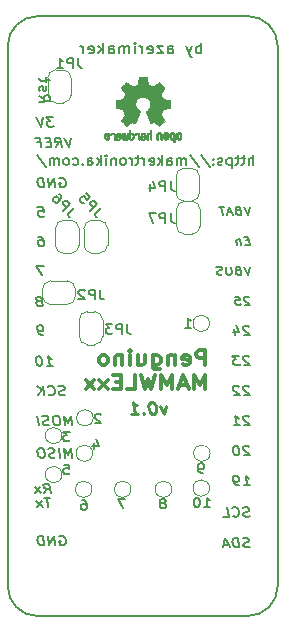
<source format=gbo>
G04 #@! TF.GenerationSoftware,KiCad,Pcbnew,(5.1.8)-1*
G04 #@! TF.CreationDate,2021-04-09T02:34:17+02:00*
G04 #@! TF.ProjectId,Penguino-STM32WL-M,50656e67-7569-46e6-9f2d-53544d333257,0.1*
G04 #@! TF.SameCoordinates,Original*
G04 #@! TF.FileFunction,Legend,Bot*
G04 #@! TF.FilePolarity,Positive*
%FSLAX46Y46*%
G04 Gerber Fmt 4.6, Leading zero omitted, Abs format (unit mm)*
G04 Created by KiCad (PCBNEW (5.1.8)-1) date 2021-04-09 02:34:17*
%MOMM*%
%LPD*%
G01*
G04 APERTURE LIST*
%ADD10C,0.187500*%
%ADD11C,0.200000*%
%ADD12C,0.250000*%
%ADD13C,0.175000*%
%ADD14C,0.300000*%
G04 #@! TA.AperFunction,Profile*
%ADD15C,0.150000*%
G04 #@! TD*
%ADD16C,0.010000*%
%ADD17C,0.120000*%
G04 APERTURE END LIST*
D10*
X130450000Y-72161904D02*
X130450000Y-72733333D01*
X130492857Y-72847619D01*
X130578571Y-72923809D01*
X130707142Y-72961904D01*
X130792857Y-72961904D01*
X130021428Y-72961904D02*
X130021428Y-72161904D01*
X129678571Y-72161904D01*
X129592857Y-72200000D01*
X129550000Y-72238095D01*
X129507142Y-72314285D01*
X129507142Y-72428571D01*
X129550000Y-72504761D01*
X129592857Y-72542857D01*
X129678571Y-72580952D01*
X130021428Y-72580952D01*
X128650000Y-72961904D02*
X129164285Y-72961904D01*
X128907142Y-72961904D02*
X128907142Y-72161904D01*
X128992857Y-72276190D01*
X129078571Y-72352380D01*
X129164285Y-72390476D01*
X138250000Y-82561904D02*
X138250000Y-83133333D01*
X138292857Y-83247619D01*
X138378571Y-83323809D01*
X138507142Y-83361904D01*
X138592857Y-83361904D01*
X137821428Y-83361904D02*
X137821428Y-82561904D01*
X137478571Y-82561904D01*
X137392857Y-82600000D01*
X137350000Y-82638095D01*
X137307142Y-82714285D01*
X137307142Y-82828571D01*
X137350000Y-82904761D01*
X137392857Y-82942857D01*
X137478571Y-82980952D01*
X137821428Y-82980952D01*
X136535714Y-82828571D02*
X136535714Y-83361904D01*
X136750000Y-82523809D02*
X136964285Y-83095238D01*
X136407142Y-83095238D01*
X138250000Y-85261904D02*
X138250000Y-85833333D01*
X138292857Y-85947619D01*
X138378571Y-86023809D01*
X138507142Y-86061904D01*
X138592857Y-86061904D01*
X137821428Y-86061904D02*
X137821428Y-85261904D01*
X137478571Y-85261904D01*
X137392857Y-85300000D01*
X137350000Y-85338095D01*
X137307142Y-85414285D01*
X137307142Y-85528571D01*
X137350000Y-85604761D01*
X137392857Y-85642857D01*
X137478571Y-85680952D01*
X137821428Y-85680952D01*
X137007142Y-85261904D02*
X136407142Y-85261904D01*
X136792857Y-86061904D01*
X130040110Y-84820549D02*
X129636049Y-85224610D01*
X129585541Y-85335727D01*
X129592275Y-85450211D01*
X129656252Y-85568062D01*
X129716861Y-85628672D01*
X129171379Y-85083189D02*
X129737064Y-84517504D01*
X129494627Y-84275067D01*
X129407081Y-84241395D01*
X129349839Y-84238028D01*
X129265659Y-84261598D01*
X129184847Y-84342411D01*
X129161277Y-84426590D01*
X129164644Y-84483832D01*
X129198316Y-84571379D01*
X129440753Y-84813815D01*
X128827927Y-83608366D02*
X128949145Y-83729585D01*
X128982817Y-83817131D01*
X128986184Y-83874373D01*
X128965981Y-84015795D01*
X128888536Y-84153849D01*
X128673037Y-84369348D01*
X128588857Y-84392918D01*
X128531615Y-84389551D01*
X128444069Y-84355879D01*
X128322850Y-84234661D01*
X128289179Y-84147114D01*
X128285811Y-84089872D01*
X128309382Y-84005693D01*
X128444069Y-83871006D01*
X128528248Y-83847436D01*
X128585490Y-83850803D01*
X128673037Y-83884475D01*
X128794255Y-84005693D01*
X128827927Y-84093240D01*
X128831294Y-84150482D01*
X128807724Y-84234661D01*
X132340110Y-84820549D02*
X131936049Y-85224610D01*
X131885541Y-85335727D01*
X131892275Y-85450211D01*
X131956252Y-85568062D01*
X132016861Y-85628672D01*
X131471379Y-85083189D02*
X132037064Y-84517504D01*
X131794627Y-84275067D01*
X131707081Y-84241395D01*
X131649839Y-84238028D01*
X131565659Y-84261598D01*
X131484847Y-84342411D01*
X131461277Y-84426590D01*
X131464644Y-84483832D01*
X131498316Y-84571379D01*
X131740753Y-84813815D01*
X131097622Y-83578062D02*
X131400668Y-83881108D01*
X131161598Y-84180786D01*
X131158231Y-84123544D01*
X131124559Y-84035998D01*
X130973037Y-83884475D01*
X130885490Y-83850803D01*
X130828248Y-83847436D01*
X130744069Y-83871006D01*
X130609382Y-84005693D01*
X130585811Y-84089872D01*
X130589179Y-84147114D01*
X130622850Y-84234661D01*
X130774373Y-84386184D01*
X130861920Y-84419856D01*
X130919162Y-84423223D01*
X132250000Y-91761904D02*
X132250000Y-92333333D01*
X132292857Y-92447619D01*
X132378571Y-92523809D01*
X132507142Y-92561904D01*
X132592857Y-92561904D01*
X131821428Y-92561904D02*
X131821428Y-91761904D01*
X131478571Y-91761904D01*
X131392857Y-91800000D01*
X131350000Y-91838095D01*
X131307142Y-91914285D01*
X131307142Y-92028571D01*
X131350000Y-92104761D01*
X131392857Y-92142857D01*
X131478571Y-92180952D01*
X131821428Y-92180952D01*
X130964285Y-91838095D02*
X130921428Y-91800000D01*
X130835714Y-91761904D01*
X130621428Y-91761904D01*
X130535714Y-91800000D01*
X130492857Y-91838095D01*
X130450000Y-91914285D01*
X130450000Y-91990476D01*
X130492857Y-92104761D01*
X131007142Y-92561904D01*
X130450000Y-92561904D01*
X134550000Y-94661904D02*
X134550000Y-95233333D01*
X134592857Y-95347619D01*
X134678571Y-95423809D01*
X134807142Y-95461904D01*
X134892857Y-95461904D01*
X134121428Y-95461904D02*
X134121428Y-94661904D01*
X133778571Y-94661904D01*
X133692857Y-94700000D01*
X133650000Y-94738095D01*
X133607142Y-94814285D01*
X133607142Y-94928571D01*
X133650000Y-95004761D01*
X133692857Y-95042857D01*
X133778571Y-95080952D01*
X134121428Y-95080952D01*
X133307142Y-94661904D02*
X132750000Y-94661904D01*
X133050000Y-94966666D01*
X132921428Y-94966666D01*
X132835714Y-95004761D01*
X132792857Y-95042857D01*
X132750000Y-95119047D01*
X132750000Y-95309523D01*
X132792857Y-95385714D01*
X132835714Y-95423809D01*
X132921428Y-95461904D01*
X133178571Y-95461904D01*
X133264285Y-95423809D01*
X133307142Y-95385714D01*
X132357142Y-102338095D02*
X132314285Y-102300000D01*
X132228571Y-102261904D01*
X132014285Y-102261904D01*
X131928571Y-102300000D01*
X131885714Y-102338095D01*
X131842857Y-102414285D01*
X131842857Y-102490476D01*
X131885714Y-102604761D01*
X132400000Y-103061904D01*
X131842857Y-103061904D01*
X139442857Y-94961904D02*
X139957142Y-94961904D01*
X139700000Y-94961904D02*
X139700000Y-94161904D01*
X139785714Y-94276190D01*
X139871428Y-94352380D01*
X139957142Y-94390476D01*
X129700000Y-103761904D02*
X129142857Y-103761904D01*
X129442857Y-104066666D01*
X129314285Y-104066666D01*
X129228571Y-104104761D01*
X129185714Y-104142857D01*
X129142857Y-104219047D01*
X129142857Y-104409523D01*
X129185714Y-104485714D01*
X129228571Y-104523809D01*
X129314285Y-104561904D01*
X129571428Y-104561904D01*
X129657142Y-104523809D01*
X129700000Y-104485714D01*
X129185714Y-106561904D02*
X129614285Y-106561904D01*
X129657142Y-106942857D01*
X129614285Y-106904761D01*
X129528571Y-106866666D01*
X129314285Y-106866666D01*
X129228571Y-106904761D01*
X129185714Y-106942857D01*
X129142857Y-107019047D01*
X129142857Y-107209523D01*
X129185714Y-107285714D01*
X129228571Y-107323809D01*
X129314285Y-107361904D01*
X129528571Y-107361904D01*
X129614285Y-107323809D01*
X129657142Y-107285714D01*
X131728571Y-104728571D02*
X131728571Y-105261904D01*
X131942857Y-104423809D02*
X132157142Y-104995238D01*
X131600000Y-104995238D01*
X130728571Y-109561904D02*
X130900000Y-109561904D01*
X130985714Y-109600000D01*
X131028571Y-109638095D01*
X131114285Y-109752380D01*
X131157142Y-109904761D01*
X131157142Y-110209523D01*
X131114285Y-110285714D01*
X131071428Y-110323809D01*
X130985714Y-110361904D01*
X130814285Y-110361904D01*
X130728571Y-110323809D01*
X130685714Y-110285714D01*
X130642857Y-110209523D01*
X130642857Y-110019047D01*
X130685714Y-109942857D01*
X130728571Y-109904761D01*
X130814285Y-109866666D01*
X130985714Y-109866666D01*
X131071428Y-109904761D01*
X131114285Y-109942857D01*
X131157142Y-110019047D01*
X134400000Y-109461904D02*
X133800000Y-109461904D01*
X134185714Y-110261904D01*
X137685714Y-109804761D02*
X137771428Y-109766666D01*
X137814285Y-109728571D01*
X137857142Y-109652380D01*
X137857142Y-109614285D01*
X137814285Y-109538095D01*
X137771428Y-109500000D01*
X137685714Y-109461904D01*
X137514285Y-109461904D01*
X137428571Y-109500000D01*
X137385714Y-109538095D01*
X137342857Y-109614285D01*
X137342857Y-109652380D01*
X137385714Y-109728571D01*
X137428571Y-109766666D01*
X137514285Y-109804761D01*
X137685714Y-109804761D01*
X137771428Y-109842857D01*
X137814285Y-109880952D01*
X137857142Y-109957142D01*
X137857142Y-110109523D01*
X137814285Y-110185714D01*
X137771428Y-110223809D01*
X137685714Y-110261904D01*
X137514285Y-110261904D01*
X137428571Y-110223809D01*
X137385714Y-110185714D01*
X137342857Y-110109523D01*
X137342857Y-109957142D01*
X137385714Y-109880952D01*
X137428571Y-109842857D01*
X137514285Y-109804761D01*
X140971428Y-107261904D02*
X140800000Y-107261904D01*
X140714285Y-107223809D01*
X140671428Y-107185714D01*
X140585714Y-107071428D01*
X140542857Y-106919047D01*
X140542857Y-106614285D01*
X140585714Y-106538095D01*
X140628571Y-106500000D01*
X140714285Y-106461904D01*
X140885714Y-106461904D01*
X140971428Y-106500000D01*
X141014285Y-106538095D01*
X141057142Y-106614285D01*
X141057142Y-106804761D01*
X141014285Y-106880952D01*
X140971428Y-106919047D01*
X140885714Y-106957142D01*
X140714285Y-106957142D01*
X140628571Y-106919047D01*
X140585714Y-106880952D01*
X140542857Y-106804761D01*
X141071428Y-110161904D02*
X141585714Y-110161904D01*
X141328571Y-110161904D02*
X141328571Y-109361904D01*
X141414285Y-109476190D01*
X141500000Y-109552380D01*
X141585714Y-109590476D01*
X140514285Y-109361904D02*
X140428571Y-109361904D01*
X140342857Y-109400000D01*
X140300000Y-109438095D01*
X140257142Y-109514285D01*
X140214285Y-109666666D01*
X140214285Y-109857142D01*
X140257142Y-110009523D01*
X140300000Y-110085714D01*
X140342857Y-110123809D01*
X140428571Y-110161904D01*
X140514285Y-110161904D01*
X140600000Y-110123809D01*
X140642857Y-110085714D01*
X140685714Y-110009523D01*
X140728571Y-109857142D01*
X140728571Y-109666666D01*
X140685714Y-109514285D01*
X140642857Y-109438095D01*
X140600000Y-109400000D01*
X140514285Y-109361904D01*
D11*
X145255714Y-81161904D02*
X145255714Y-80361904D01*
X144870000Y-81161904D02*
X144870000Y-80742857D01*
X144912857Y-80666666D01*
X144998571Y-80628571D01*
X145127142Y-80628571D01*
X145212857Y-80666666D01*
X145255714Y-80704761D01*
X144570000Y-80628571D02*
X144227142Y-80628571D01*
X144441428Y-80361904D02*
X144441428Y-81047619D01*
X144398571Y-81123809D01*
X144312857Y-81161904D01*
X144227142Y-81161904D01*
X144055714Y-80628571D02*
X143712857Y-80628571D01*
X143927142Y-80361904D02*
X143927142Y-81047619D01*
X143884285Y-81123809D01*
X143798571Y-81161904D01*
X143712857Y-81161904D01*
X143412857Y-80628571D02*
X143412857Y-81428571D01*
X143412857Y-80666666D02*
X143327142Y-80628571D01*
X143155714Y-80628571D01*
X143070000Y-80666666D01*
X143027142Y-80704761D01*
X142984285Y-80780952D01*
X142984285Y-81009523D01*
X143027142Y-81085714D01*
X143070000Y-81123809D01*
X143155714Y-81161904D01*
X143327142Y-81161904D01*
X143412857Y-81123809D01*
X142641428Y-81123809D02*
X142555714Y-81161904D01*
X142384285Y-81161904D01*
X142298571Y-81123809D01*
X142255714Y-81047619D01*
X142255714Y-81009523D01*
X142298571Y-80933333D01*
X142384285Y-80895238D01*
X142512857Y-80895238D01*
X142598571Y-80857142D01*
X142641428Y-80780952D01*
X142641428Y-80742857D01*
X142598571Y-80666666D01*
X142512857Y-80628571D01*
X142384285Y-80628571D01*
X142298571Y-80666666D01*
X141870000Y-81085714D02*
X141827142Y-81123809D01*
X141870000Y-81161904D01*
X141912857Y-81123809D01*
X141870000Y-81085714D01*
X141870000Y-81161904D01*
X141870000Y-80666666D02*
X141827142Y-80704761D01*
X141870000Y-80742857D01*
X141912857Y-80704761D01*
X141870000Y-80666666D01*
X141870000Y-80742857D01*
X140798571Y-80323809D02*
X141570000Y-81352380D01*
X139855714Y-80323809D02*
X140627142Y-81352380D01*
X139555714Y-81161904D02*
X139555714Y-80628571D01*
X139555714Y-80704761D02*
X139512857Y-80666666D01*
X139427142Y-80628571D01*
X139298571Y-80628571D01*
X139212857Y-80666666D01*
X139170000Y-80742857D01*
X139170000Y-81161904D01*
X139170000Y-80742857D02*
X139127142Y-80666666D01*
X139041428Y-80628571D01*
X138912857Y-80628571D01*
X138827142Y-80666666D01*
X138784285Y-80742857D01*
X138784285Y-81161904D01*
X137970000Y-81161904D02*
X137970000Y-80742857D01*
X138012857Y-80666666D01*
X138098571Y-80628571D01*
X138270000Y-80628571D01*
X138355714Y-80666666D01*
X137970000Y-81123809D02*
X138055714Y-81161904D01*
X138270000Y-81161904D01*
X138355714Y-81123809D01*
X138398571Y-81047619D01*
X138398571Y-80971428D01*
X138355714Y-80895238D01*
X138270000Y-80857142D01*
X138055714Y-80857142D01*
X137970000Y-80819047D01*
X137541428Y-81161904D02*
X137541428Y-80361904D01*
X137455714Y-80857142D02*
X137198571Y-81161904D01*
X137198571Y-80628571D02*
X137541428Y-80933333D01*
X136470000Y-81123809D02*
X136555714Y-81161904D01*
X136727142Y-81161904D01*
X136812857Y-81123809D01*
X136855714Y-81047619D01*
X136855714Y-80742857D01*
X136812857Y-80666666D01*
X136727142Y-80628571D01*
X136555714Y-80628571D01*
X136470000Y-80666666D01*
X136427142Y-80742857D01*
X136427142Y-80819047D01*
X136855714Y-80895238D01*
X136041428Y-81161904D02*
X136041428Y-80628571D01*
X136041428Y-80780952D02*
X135998571Y-80704761D01*
X135955714Y-80666666D01*
X135870000Y-80628571D01*
X135784285Y-80628571D01*
X135612857Y-80628571D02*
X135270000Y-80628571D01*
X135484285Y-80361904D02*
X135484285Y-81047619D01*
X135441428Y-81123809D01*
X135355714Y-81161904D01*
X135270000Y-81161904D01*
X134970000Y-81161904D02*
X134970000Y-80628571D01*
X134970000Y-80780952D02*
X134927142Y-80704761D01*
X134884285Y-80666666D01*
X134798571Y-80628571D01*
X134712857Y-80628571D01*
X134284285Y-81161904D02*
X134370000Y-81123809D01*
X134412857Y-81085714D01*
X134455714Y-81009523D01*
X134455714Y-80780952D01*
X134412857Y-80704761D01*
X134370000Y-80666666D01*
X134284285Y-80628571D01*
X134155714Y-80628571D01*
X134070000Y-80666666D01*
X134027142Y-80704761D01*
X133984285Y-80780952D01*
X133984285Y-81009523D01*
X134027142Y-81085714D01*
X134070000Y-81123809D01*
X134155714Y-81161904D01*
X134284285Y-81161904D01*
X133598571Y-80628571D02*
X133598571Y-81161904D01*
X133598571Y-80704761D02*
X133555714Y-80666666D01*
X133470000Y-80628571D01*
X133341428Y-80628571D01*
X133255714Y-80666666D01*
X133212857Y-80742857D01*
X133212857Y-81161904D01*
X132784285Y-81161904D02*
X132784285Y-80628571D01*
X132784285Y-80361904D02*
X132827142Y-80400000D01*
X132784285Y-80438095D01*
X132741428Y-80400000D01*
X132784285Y-80361904D01*
X132784285Y-80438095D01*
X132355714Y-81161904D02*
X132355714Y-80361904D01*
X132270000Y-80857142D02*
X132012857Y-81161904D01*
X132012857Y-80628571D02*
X132355714Y-80933333D01*
X131241428Y-81161904D02*
X131241428Y-80742857D01*
X131284285Y-80666666D01*
X131370000Y-80628571D01*
X131541428Y-80628571D01*
X131627142Y-80666666D01*
X131241428Y-81123809D02*
X131327142Y-81161904D01*
X131541428Y-81161904D01*
X131627142Y-81123809D01*
X131670000Y-81047619D01*
X131670000Y-80971428D01*
X131627142Y-80895238D01*
X131541428Y-80857142D01*
X131327142Y-80857142D01*
X131241428Y-80819047D01*
X130812857Y-81085714D02*
X130770000Y-81123809D01*
X130812857Y-81161904D01*
X130855714Y-81123809D01*
X130812857Y-81085714D01*
X130812857Y-81161904D01*
X129998571Y-81123809D02*
X130084285Y-81161904D01*
X130255714Y-81161904D01*
X130341428Y-81123809D01*
X130384285Y-81085714D01*
X130427142Y-81009523D01*
X130427142Y-80780952D01*
X130384285Y-80704761D01*
X130341428Y-80666666D01*
X130255714Y-80628571D01*
X130084285Y-80628571D01*
X129998571Y-80666666D01*
X129484285Y-81161904D02*
X129570000Y-81123809D01*
X129612857Y-81085714D01*
X129655714Y-81009523D01*
X129655714Y-80780952D01*
X129612857Y-80704761D01*
X129570000Y-80666666D01*
X129484285Y-80628571D01*
X129355714Y-80628571D01*
X129270000Y-80666666D01*
X129227142Y-80704761D01*
X129184285Y-80780952D01*
X129184285Y-81009523D01*
X129227142Y-81085714D01*
X129270000Y-81123809D01*
X129355714Y-81161904D01*
X129484285Y-81161904D01*
X128798571Y-81161904D02*
X128798571Y-80628571D01*
X128798571Y-80704761D02*
X128755714Y-80666666D01*
X128670000Y-80628571D01*
X128541428Y-80628571D01*
X128455714Y-80666666D01*
X128412857Y-80742857D01*
X128412857Y-81161904D01*
X128412857Y-80742857D02*
X128370000Y-80666666D01*
X128284285Y-80628571D01*
X128155714Y-80628571D01*
X128070000Y-80666666D01*
X128027142Y-80742857D01*
X128027142Y-81161904D01*
X126955714Y-80323809D02*
X127727142Y-81352380D01*
X140861904Y-71747142D02*
X140861904Y-70847142D01*
X140861904Y-71190000D02*
X140766666Y-71147142D01*
X140576190Y-71147142D01*
X140480952Y-71190000D01*
X140433333Y-71232857D01*
X140385714Y-71318571D01*
X140385714Y-71575714D01*
X140433333Y-71661428D01*
X140480952Y-71704285D01*
X140576190Y-71747142D01*
X140766666Y-71747142D01*
X140861904Y-71704285D01*
X140052380Y-71147142D02*
X139814285Y-71747142D01*
X139576190Y-71147142D02*
X139814285Y-71747142D01*
X139909523Y-71961428D01*
X139957142Y-72004285D01*
X140052380Y-72047142D01*
X138004761Y-71747142D02*
X138004761Y-71275714D01*
X138052380Y-71190000D01*
X138147619Y-71147142D01*
X138338095Y-71147142D01*
X138433333Y-71190000D01*
X138004761Y-71704285D02*
X138100000Y-71747142D01*
X138338095Y-71747142D01*
X138433333Y-71704285D01*
X138480952Y-71618571D01*
X138480952Y-71532857D01*
X138433333Y-71447142D01*
X138338095Y-71404285D01*
X138100000Y-71404285D01*
X138004761Y-71361428D01*
X137623809Y-71147142D02*
X137100000Y-71147142D01*
X137623809Y-71747142D01*
X137100000Y-71747142D01*
X136338095Y-71704285D02*
X136433333Y-71747142D01*
X136623809Y-71747142D01*
X136719047Y-71704285D01*
X136766666Y-71618571D01*
X136766666Y-71275714D01*
X136719047Y-71190000D01*
X136623809Y-71147142D01*
X136433333Y-71147142D01*
X136338095Y-71190000D01*
X136290476Y-71275714D01*
X136290476Y-71361428D01*
X136766666Y-71447142D01*
X135861904Y-71747142D02*
X135861904Y-71147142D01*
X135861904Y-71318571D02*
X135814285Y-71232857D01*
X135766666Y-71190000D01*
X135671428Y-71147142D01*
X135576190Y-71147142D01*
X135242857Y-71747142D02*
X135242857Y-71147142D01*
X135242857Y-70847142D02*
X135290476Y-70890000D01*
X135242857Y-70932857D01*
X135195238Y-70890000D01*
X135242857Y-70847142D01*
X135242857Y-70932857D01*
X134766666Y-71747142D02*
X134766666Y-71147142D01*
X134766666Y-71232857D02*
X134719047Y-71190000D01*
X134623809Y-71147142D01*
X134480952Y-71147142D01*
X134385714Y-71190000D01*
X134338095Y-71275714D01*
X134338095Y-71747142D01*
X134338095Y-71275714D02*
X134290476Y-71190000D01*
X134195238Y-71147142D01*
X134052380Y-71147142D01*
X133957142Y-71190000D01*
X133909523Y-71275714D01*
X133909523Y-71747142D01*
X133004761Y-71747142D02*
X133004761Y-71275714D01*
X133052380Y-71190000D01*
X133147619Y-71147142D01*
X133338095Y-71147142D01*
X133433333Y-71190000D01*
X133004761Y-71704285D02*
X133100000Y-71747142D01*
X133338095Y-71747142D01*
X133433333Y-71704285D01*
X133480952Y-71618571D01*
X133480952Y-71532857D01*
X133433333Y-71447142D01*
X133338095Y-71404285D01*
X133100000Y-71404285D01*
X133004761Y-71361428D01*
X132528571Y-71747142D02*
X132528571Y-70847142D01*
X132433333Y-71404285D02*
X132147619Y-71747142D01*
X132147619Y-71147142D02*
X132528571Y-71490000D01*
X131338095Y-71704285D02*
X131433333Y-71747142D01*
X131623809Y-71747142D01*
X131719047Y-71704285D01*
X131766666Y-71618571D01*
X131766666Y-71275714D01*
X131719047Y-71190000D01*
X131623809Y-71147142D01*
X131433333Y-71147142D01*
X131338095Y-71190000D01*
X131290476Y-71275714D01*
X131290476Y-71361428D01*
X131766666Y-71447142D01*
X130861904Y-71747142D02*
X130861904Y-71147142D01*
X130861904Y-71318571D02*
X130814285Y-71232857D01*
X130766666Y-71190000D01*
X130671428Y-71147142D01*
X130576190Y-71147142D01*
D12*
X137891071Y-101585714D02*
X137712500Y-102252380D01*
X137367261Y-101585714D01*
X136697023Y-101252380D02*
X136592261Y-101252380D01*
X136493452Y-101300000D01*
X136447023Y-101347619D01*
X136406547Y-101442857D01*
X136377976Y-101633333D01*
X136407738Y-101871428D01*
X136483928Y-102061904D01*
X136548214Y-102157142D01*
X136606547Y-102204761D01*
X136717261Y-102252380D01*
X136822023Y-102252380D01*
X136920833Y-102204761D01*
X136967261Y-102157142D01*
X137007738Y-102061904D01*
X137036309Y-101871428D01*
X137006547Y-101633333D01*
X136930357Y-101442857D01*
X136866071Y-101347619D01*
X136807738Y-101300000D01*
X136697023Y-101252380D01*
X135972023Y-102157142D02*
X135925595Y-102204761D01*
X135983928Y-102252380D01*
X136030357Y-102204761D01*
X135972023Y-102157142D01*
X135983928Y-102252380D01*
X134883928Y-102252380D02*
X135512500Y-102252380D01*
X135198214Y-102252380D02*
X135073214Y-101252380D01*
X135195833Y-101395238D01*
X135312500Y-101490476D01*
X135423214Y-101538095D01*
D10*
X128266900Y-77161904D02*
X127709757Y-77161904D01*
X128047853Y-77466666D01*
X127919281Y-77466666D01*
X127838329Y-77504761D01*
X127800234Y-77542857D01*
X127766900Y-77619047D01*
X127790710Y-77809523D01*
X127843091Y-77885714D01*
X127890710Y-77923809D01*
X127981186Y-77961904D01*
X128238329Y-77961904D01*
X128319281Y-77923809D01*
X128357376Y-77885714D01*
X127452615Y-77161904D02*
X127252615Y-77961904D01*
X126852615Y-77161904D01*
D13*
X144961093Y-84706666D02*
X144781927Y-85406666D01*
X144427760Y-84706666D01*
X143936093Y-85040000D02*
X143825974Y-85073333D01*
X143792046Y-85106666D01*
X143762284Y-85173333D01*
X143774784Y-85273333D01*
X143821212Y-85340000D01*
X143863474Y-85373333D01*
X143943831Y-85406666D01*
X144248593Y-85406666D01*
X144161093Y-84706666D01*
X143894427Y-84706666D01*
X143822403Y-84740000D01*
X143788474Y-84773333D01*
X143758712Y-84840000D01*
X143767046Y-84906666D01*
X143813474Y-84973333D01*
X143855736Y-85006666D01*
X143936093Y-85040000D01*
X144202760Y-85040000D01*
X143461689Y-85206666D02*
X143080736Y-85206666D01*
X143562879Y-85406666D02*
X143208712Y-84706666D01*
X143029546Y-85406666D01*
X142789665Y-84706666D02*
X142332522Y-84706666D01*
X142648593Y-85406666D02*
X142561093Y-84706666D01*
D10*
X127123161Y-75325204D02*
X127551732Y-75604966D01*
X127123161Y-75896633D02*
X128023161Y-75784133D01*
X128023161Y-75403180D01*
X127980304Y-75313299D01*
X127937446Y-75271037D01*
X127851732Y-75234133D01*
X127723161Y-75250204D01*
X127637446Y-75308537D01*
X127594589Y-75361514D01*
X127551732Y-75462109D01*
X127551732Y-75843061D01*
X127166018Y-74938895D02*
X127123161Y-74849014D01*
X127123161Y-74658537D01*
X127166018Y-74557942D01*
X127251732Y-74499609D01*
X127294589Y-74494252D01*
X127380304Y-74531156D01*
X127423161Y-74621037D01*
X127423161Y-74763895D01*
X127466018Y-74853776D01*
X127551732Y-74890680D01*
X127594589Y-74885323D01*
X127680304Y-74826990D01*
X127723161Y-74726395D01*
X127723161Y-74583537D01*
X127680304Y-74493656D01*
X127723161Y-74154966D02*
X127723161Y-73774014D01*
X128023161Y-73974609D02*
X127251732Y-74071037D01*
X127166018Y-74034133D01*
X127123161Y-73944252D01*
X127123161Y-73849014D01*
X129828329Y-78861904D02*
X129628329Y-79661904D01*
X129228329Y-78861904D01*
X128514043Y-79661904D02*
X128766424Y-79280952D01*
X129028329Y-79661904D02*
X128928329Y-78861904D01*
X128585472Y-78861904D01*
X128504520Y-78900000D01*
X128466424Y-78938095D01*
X128433091Y-79014285D01*
X128447377Y-79128571D01*
X128499758Y-79204761D01*
X128547377Y-79242857D01*
X128637853Y-79280952D01*
X128980710Y-79280952D01*
X128075948Y-79242857D02*
X127775948Y-79242857D01*
X127699758Y-79661904D02*
X128128329Y-79661904D01*
X128028329Y-78861904D01*
X127599758Y-78861904D01*
X126961662Y-79242857D02*
X127261662Y-79242857D01*
X127314043Y-79661904D02*
X127214043Y-78861904D01*
X126785472Y-78861904D01*
X128828805Y-82300000D02*
X128909758Y-82261904D01*
X129038329Y-82261904D01*
X129171662Y-82300000D01*
X129266900Y-82376190D01*
X129319281Y-82452380D01*
X129381186Y-82604761D01*
X129395472Y-82719047D01*
X129371662Y-82871428D01*
X129338329Y-82947619D01*
X129262138Y-83023809D01*
X129138329Y-83061904D01*
X129052615Y-83061904D01*
X128919281Y-83023809D01*
X128871662Y-82985714D01*
X128838329Y-82719047D01*
X129009758Y-82719047D01*
X128495472Y-83061904D02*
X128395472Y-82261904D01*
X127981186Y-83061904D01*
X127881186Y-82261904D01*
X127552615Y-83061904D02*
X127452615Y-82261904D01*
X127238329Y-82261904D01*
X127114519Y-82300000D01*
X127038329Y-82376190D01*
X127004996Y-82452380D01*
X126981186Y-82604761D01*
X126995472Y-82719047D01*
X127057377Y-82871428D01*
X127109758Y-82947619D01*
X127204996Y-83023809D01*
X127338329Y-83061904D01*
X127552615Y-83061904D01*
X126981186Y-84761904D02*
X127409758Y-84761904D01*
X127500234Y-85142857D01*
X127452615Y-85104761D01*
X127362139Y-85066666D01*
X127147853Y-85066666D01*
X127066901Y-85104761D01*
X127028805Y-85142857D01*
X126995472Y-85219047D01*
X127019281Y-85409523D01*
X127071662Y-85485714D01*
X127119281Y-85523809D01*
X127209758Y-85561904D01*
X127424043Y-85561904D01*
X127504996Y-85523809D01*
X127543091Y-85485714D01*
X127024043Y-87261904D02*
X127195472Y-87261904D01*
X127285948Y-87300000D01*
X127333567Y-87338095D01*
X127433567Y-87452380D01*
X127495472Y-87604761D01*
X127533567Y-87909523D01*
X127500234Y-87985714D01*
X127462139Y-88023809D01*
X127381186Y-88061904D01*
X127209758Y-88061904D01*
X127119281Y-88023809D01*
X127071662Y-87985714D01*
X127019281Y-87909523D01*
X126995472Y-87719047D01*
X127028805Y-87642857D01*
X127066901Y-87604761D01*
X127147853Y-87566666D01*
X127319281Y-87566666D01*
X127409758Y-87604761D01*
X127457377Y-87642857D01*
X127509758Y-87719047D01*
X127495472Y-89731904D02*
X126895472Y-89731904D01*
X127381186Y-90531904D01*
X127214043Y-92704761D02*
X127294996Y-92666666D01*
X127333091Y-92628571D01*
X127366424Y-92552380D01*
X127361662Y-92514285D01*
X127309281Y-92438095D01*
X127261662Y-92400000D01*
X127171186Y-92361904D01*
X126999758Y-92361904D01*
X126918805Y-92400000D01*
X126880710Y-92438095D01*
X126847377Y-92514285D01*
X126852139Y-92552380D01*
X126904520Y-92628571D01*
X126952139Y-92666666D01*
X127042615Y-92704761D01*
X127214043Y-92704761D01*
X127304520Y-92742857D01*
X127352139Y-92780952D01*
X127404520Y-92857142D01*
X127423567Y-93009523D01*
X127390234Y-93085714D01*
X127352139Y-93123809D01*
X127271186Y-93161904D01*
X127099758Y-93161904D01*
X127009281Y-93123809D01*
X126961662Y-93085714D01*
X126909281Y-93009523D01*
X126890234Y-92857142D01*
X126923567Y-92780952D01*
X126961662Y-92742857D01*
X127042615Y-92704761D01*
X127456901Y-95561904D02*
X127285472Y-95561904D01*
X127194996Y-95523809D01*
X127147377Y-95485714D01*
X127047377Y-95371428D01*
X126985472Y-95219047D01*
X126947377Y-94914285D01*
X126980710Y-94838095D01*
X127018805Y-94800000D01*
X127099758Y-94761904D01*
X127271186Y-94761904D01*
X127361662Y-94800000D01*
X127409281Y-94838095D01*
X127461662Y-94914285D01*
X127485472Y-95104761D01*
X127452139Y-95180952D01*
X127414043Y-95219047D01*
X127333091Y-95257142D01*
X127161662Y-95257142D01*
X127071186Y-95219047D01*
X127023567Y-95180952D01*
X126971186Y-95104761D01*
X127756901Y-98186904D02*
X128271186Y-98186904D01*
X128014043Y-98186904D02*
X127914043Y-97386904D01*
X128014043Y-97501190D01*
X128109281Y-97577380D01*
X128199758Y-97615476D01*
X127099758Y-97386904D02*
X127014043Y-97386904D01*
X126933091Y-97425000D01*
X126894996Y-97463095D01*
X126861662Y-97539285D01*
X126837853Y-97691666D01*
X126861662Y-97882142D01*
X126923567Y-98034523D01*
X126975948Y-98110714D01*
X127023567Y-98148809D01*
X127114043Y-98186904D01*
X127199758Y-98186904D01*
X127280710Y-98148809D01*
X127318805Y-98110714D01*
X127352139Y-98034523D01*
X127375948Y-97882142D01*
X127352139Y-97691666D01*
X127290234Y-97539285D01*
X127237853Y-97463095D01*
X127190234Y-97425000D01*
X127099758Y-97386904D01*
X129347853Y-100653809D02*
X129224043Y-100691904D01*
X129009758Y-100691904D01*
X128919281Y-100653809D01*
X128871662Y-100615714D01*
X128819281Y-100539523D01*
X128809758Y-100463333D01*
X128843091Y-100387142D01*
X128881186Y-100349047D01*
X128962139Y-100310952D01*
X129128805Y-100272857D01*
X129209758Y-100234761D01*
X129247853Y-100196666D01*
X129281186Y-100120476D01*
X129271662Y-100044285D01*
X129219281Y-99968095D01*
X129171662Y-99930000D01*
X129081186Y-99891904D01*
X128866901Y-99891904D01*
X128743091Y-99930000D01*
X127928805Y-100615714D02*
X127976424Y-100653809D01*
X128109758Y-100691904D01*
X128195472Y-100691904D01*
X128319281Y-100653809D01*
X128395472Y-100577619D01*
X128428805Y-100501428D01*
X128452615Y-100349047D01*
X128438329Y-100234761D01*
X128376424Y-100082380D01*
X128324043Y-100006190D01*
X128228805Y-99930000D01*
X128095472Y-99891904D01*
X128009758Y-99891904D01*
X127885948Y-99930000D01*
X127847853Y-99968095D01*
X127552615Y-100691904D02*
X127452615Y-99891904D01*
X127038329Y-100691904D02*
X127366901Y-100234761D01*
X126938329Y-99891904D02*
X127509758Y-100349047D01*
X129909758Y-103231904D02*
X129809758Y-102431904D01*
X129581186Y-103003333D01*
X129209758Y-102431904D01*
X129309758Y-103231904D01*
X128609758Y-102431904D02*
X128438329Y-102431904D01*
X128357377Y-102470000D01*
X128281186Y-102546190D01*
X128257377Y-102698571D01*
X128290710Y-102965238D01*
X128352615Y-103117619D01*
X128447853Y-103193809D01*
X128538329Y-103231904D01*
X128709758Y-103231904D01*
X128790710Y-103193809D01*
X128866901Y-103117619D01*
X128890710Y-102965238D01*
X128857377Y-102698571D01*
X128795472Y-102546190D01*
X128700234Y-102470000D01*
X128609758Y-102431904D01*
X127976424Y-103193809D02*
X127852615Y-103231904D01*
X127638329Y-103231904D01*
X127547853Y-103193809D01*
X127500234Y-103155714D01*
X127447853Y-103079523D01*
X127438329Y-103003333D01*
X127471662Y-102927142D01*
X127509758Y-102889047D01*
X127590710Y-102850952D01*
X127757377Y-102812857D01*
X127838329Y-102774761D01*
X127876424Y-102736666D01*
X127909758Y-102660476D01*
X127900234Y-102584285D01*
X127847853Y-102508095D01*
X127800234Y-102470000D01*
X127709758Y-102431904D01*
X127495472Y-102431904D01*
X127371662Y-102470000D01*
X127081186Y-103231904D02*
X126981186Y-102431904D01*
X129909758Y-105961904D02*
X129809758Y-105161904D01*
X129581186Y-105733333D01*
X129209758Y-105161904D01*
X129309758Y-105961904D01*
X128881186Y-105961904D02*
X128781186Y-105161904D01*
X128490710Y-105923809D02*
X128366901Y-105961904D01*
X128152615Y-105961904D01*
X128062139Y-105923809D01*
X128014520Y-105885714D01*
X127962139Y-105809523D01*
X127952615Y-105733333D01*
X127985948Y-105657142D01*
X128024043Y-105619047D01*
X128104996Y-105580952D01*
X128271662Y-105542857D01*
X128352615Y-105504761D01*
X128390710Y-105466666D01*
X128424043Y-105390476D01*
X128414520Y-105314285D01*
X128362139Y-105238095D01*
X128314520Y-105200000D01*
X128224043Y-105161904D01*
X128009758Y-105161904D01*
X127885948Y-105200000D01*
X127324043Y-105161904D02*
X127152615Y-105161904D01*
X127071662Y-105200000D01*
X126995472Y-105276190D01*
X126971662Y-105428571D01*
X127004996Y-105695238D01*
X127066901Y-105847619D01*
X127162139Y-105923809D01*
X127252615Y-105961904D01*
X127424043Y-105961904D01*
X127504996Y-105923809D01*
X127581186Y-105847619D01*
X127604996Y-105695238D01*
X127571662Y-105428571D01*
X127509758Y-105276190D01*
X127414520Y-105200000D01*
X127324043Y-105161904D01*
X127571186Y-108961904D02*
X127823567Y-108580952D01*
X128085472Y-108961904D02*
X127985472Y-108161904D01*
X127642615Y-108161904D01*
X127561662Y-108200000D01*
X127523567Y-108238095D01*
X127490234Y-108314285D01*
X127504520Y-108428571D01*
X127556901Y-108504761D01*
X127604520Y-108542857D01*
X127694996Y-108580952D01*
X128037853Y-108580952D01*
X127271186Y-108961904D02*
X126733091Y-108428571D01*
X127204520Y-108428571D02*
X126799758Y-108961904D01*
X128056901Y-109361904D02*
X127542615Y-109361904D01*
X127899758Y-110161904D02*
X127799758Y-109361904D01*
X127428329Y-110161904D02*
X126890234Y-109628571D01*
X127361662Y-109628571D02*
X126956901Y-110161904D01*
X128828805Y-112630000D02*
X128909758Y-112591904D01*
X129038329Y-112591904D01*
X129171662Y-112630000D01*
X129266900Y-112706190D01*
X129319281Y-112782380D01*
X129381186Y-112934761D01*
X129395472Y-113049047D01*
X129371662Y-113201428D01*
X129338329Y-113277619D01*
X129262138Y-113353809D01*
X129138329Y-113391904D01*
X129052615Y-113391904D01*
X128919281Y-113353809D01*
X128871662Y-113315714D01*
X128838329Y-113049047D01*
X129009758Y-113049047D01*
X128495472Y-113391904D02*
X128395472Y-112591904D01*
X127981186Y-113391904D01*
X127881186Y-112591904D01*
X127552615Y-113391904D02*
X127452615Y-112591904D01*
X127238329Y-112591904D01*
X127114519Y-112630000D01*
X127038329Y-112706190D01*
X127004996Y-112782380D01*
X126981186Y-112934761D01*
X126995472Y-113049047D01*
X127057377Y-113201428D01*
X127109758Y-113277619D01*
X127204996Y-113353809D01*
X127338329Y-113391904D01*
X127552615Y-113391904D01*
X144952138Y-113523809D02*
X144828329Y-113561904D01*
X144614043Y-113561904D01*
X144523567Y-113523809D01*
X144475948Y-113485714D01*
X144423567Y-113409523D01*
X144414043Y-113333333D01*
X144447376Y-113257142D01*
X144485472Y-113219047D01*
X144566424Y-113180952D01*
X144733091Y-113142857D01*
X144814043Y-113104761D01*
X144852138Y-113066666D01*
X144885472Y-112990476D01*
X144875948Y-112914285D01*
X144823567Y-112838095D01*
X144775948Y-112800000D01*
X144685472Y-112761904D01*
X144471186Y-112761904D01*
X144347376Y-112800000D01*
X144056900Y-113561904D02*
X143956900Y-112761904D01*
X143742614Y-112761904D01*
X143618805Y-112800000D01*
X143542614Y-112876190D01*
X143509281Y-112952380D01*
X143485472Y-113104761D01*
X143499757Y-113219047D01*
X143561662Y-113371428D01*
X143614043Y-113447619D01*
X143709281Y-113523809D01*
X143842614Y-113561904D01*
X144056900Y-113561904D01*
X143171186Y-113333333D02*
X142742614Y-113333333D01*
X143285472Y-113561904D02*
X142885472Y-112761904D01*
X142685472Y-113561904D01*
X144952139Y-110923809D02*
X144828329Y-110961904D01*
X144614043Y-110961904D01*
X144523567Y-110923809D01*
X144475948Y-110885714D01*
X144423567Y-110809523D01*
X144414043Y-110733333D01*
X144447377Y-110657142D01*
X144485472Y-110619047D01*
X144566424Y-110580952D01*
X144733091Y-110542857D01*
X144814043Y-110504761D01*
X144852139Y-110466666D01*
X144885472Y-110390476D01*
X144875948Y-110314285D01*
X144823567Y-110238095D01*
X144775948Y-110200000D01*
X144685472Y-110161904D01*
X144471186Y-110161904D01*
X144347377Y-110200000D01*
X143533091Y-110885714D02*
X143580710Y-110923809D01*
X143714043Y-110961904D01*
X143799758Y-110961904D01*
X143923567Y-110923809D01*
X143999758Y-110847619D01*
X144033091Y-110771428D01*
X144056901Y-110619047D01*
X144042615Y-110504761D01*
X143980710Y-110352380D01*
X143928329Y-110276190D01*
X143833091Y-110200000D01*
X143699758Y-110161904D01*
X143614043Y-110161904D01*
X143490234Y-110200000D01*
X143452139Y-110238095D01*
X142728329Y-110961904D02*
X143156901Y-110961904D01*
X143056901Y-110161904D01*
X144442615Y-108311904D02*
X144956900Y-108311904D01*
X144699757Y-108311904D02*
X144599757Y-107511904D01*
X144699757Y-107626190D01*
X144794995Y-107702380D01*
X144885472Y-107740476D01*
X144014043Y-108311904D02*
X143842615Y-108311904D01*
X143752138Y-108273809D01*
X143704519Y-108235714D01*
X143604519Y-108121428D01*
X143542615Y-107969047D01*
X143504519Y-107664285D01*
X143537853Y-107588095D01*
X143575948Y-107550000D01*
X143656900Y-107511904D01*
X143828329Y-107511904D01*
X143918805Y-107550000D01*
X143966424Y-107588095D01*
X144018805Y-107664285D01*
X144042615Y-107854761D01*
X144009281Y-107930952D01*
X143971186Y-107969047D01*
X143890234Y-108007142D01*
X143718805Y-108007142D01*
X143628329Y-107969047D01*
X143580710Y-107930952D01*
X143528329Y-107854761D01*
X144866424Y-105048095D02*
X144818805Y-105010000D01*
X144728329Y-104971904D01*
X144514043Y-104971904D01*
X144433091Y-105010000D01*
X144394995Y-105048095D01*
X144361662Y-105124285D01*
X144371186Y-105200476D01*
X144428329Y-105314761D01*
X144999757Y-105771904D01*
X144442615Y-105771904D01*
X143785472Y-104971904D02*
X143699757Y-104971904D01*
X143618805Y-105010000D01*
X143580710Y-105048095D01*
X143547376Y-105124285D01*
X143523567Y-105276666D01*
X143547376Y-105467142D01*
X143609281Y-105619523D01*
X143661662Y-105695714D01*
X143709281Y-105733809D01*
X143799757Y-105771904D01*
X143885472Y-105771904D01*
X143966424Y-105733809D01*
X144004519Y-105695714D01*
X144037853Y-105619523D01*
X144061662Y-105467142D01*
X144037853Y-105276666D01*
X143975948Y-105124285D01*
X143923567Y-105048095D01*
X143875948Y-105010000D01*
X143785472Y-104971904D01*
X144866424Y-102508095D02*
X144818805Y-102470000D01*
X144728329Y-102431904D01*
X144514043Y-102431904D01*
X144433091Y-102470000D01*
X144394995Y-102508095D01*
X144361662Y-102584285D01*
X144371186Y-102660476D01*
X144428329Y-102774761D01*
X144999757Y-103231904D01*
X144442615Y-103231904D01*
X143585472Y-103231904D02*
X144099757Y-103231904D01*
X143842615Y-103231904D02*
X143742615Y-102431904D01*
X143842615Y-102546190D01*
X143937853Y-102622380D01*
X144028329Y-102660476D01*
X144866424Y-99968095D02*
X144818805Y-99930000D01*
X144728329Y-99891904D01*
X144514043Y-99891904D01*
X144433091Y-99930000D01*
X144394995Y-99968095D01*
X144361662Y-100044285D01*
X144371186Y-100120476D01*
X144428329Y-100234761D01*
X144999757Y-100691904D01*
X144442615Y-100691904D01*
X144009281Y-99968095D02*
X143961662Y-99930000D01*
X143871186Y-99891904D01*
X143656900Y-99891904D01*
X143575948Y-99930000D01*
X143537853Y-99968095D01*
X143504519Y-100044285D01*
X143514043Y-100120476D01*
X143571186Y-100234761D01*
X144142615Y-100691904D01*
X143585472Y-100691904D01*
X144866424Y-97428095D02*
X144818805Y-97390000D01*
X144728329Y-97351904D01*
X144514043Y-97351904D01*
X144433091Y-97390000D01*
X144394995Y-97428095D01*
X144361662Y-97504285D01*
X144371186Y-97580476D01*
X144428329Y-97694761D01*
X144999757Y-98151904D01*
X144442615Y-98151904D01*
X144042615Y-97351904D02*
X143485472Y-97351904D01*
X143823567Y-97656666D01*
X143694995Y-97656666D01*
X143614043Y-97694761D01*
X143575948Y-97732857D01*
X143542615Y-97809047D01*
X143566424Y-97999523D01*
X143618805Y-98075714D01*
X143666424Y-98113809D01*
X143756900Y-98151904D01*
X144014043Y-98151904D01*
X144094995Y-98113809D01*
X144133091Y-98075714D01*
X144866424Y-94888095D02*
X144818805Y-94850000D01*
X144728329Y-94811904D01*
X144514043Y-94811904D01*
X144433091Y-94850000D01*
X144394995Y-94888095D01*
X144361662Y-94964285D01*
X144371186Y-95040476D01*
X144428329Y-95154761D01*
X144999757Y-95611904D01*
X144442615Y-95611904D01*
X143604519Y-95078571D02*
X143671186Y-95611904D01*
X143780710Y-94773809D02*
X144066424Y-95345238D01*
X143509281Y-95345238D01*
D13*
X144893236Y-92393333D02*
X144850974Y-92360000D01*
X144770617Y-92326666D01*
X144580140Y-92326666D01*
X144508117Y-92360000D01*
X144474188Y-92393333D01*
X144444426Y-92460000D01*
X144452760Y-92526666D01*
X144503355Y-92626666D01*
X145010498Y-93026666D01*
X144515260Y-93026666D01*
X143703950Y-92326666D02*
X144084902Y-92326666D01*
X144164664Y-92660000D01*
X144122402Y-92626666D01*
X144042045Y-92593333D01*
X143851569Y-92593333D01*
X143779545Y-92626666D01*
X143745617Y-92660000D01*
X143715855Y-92726666D01*
X143736688Y-92893333D01*
X143783117Y-92960000D01*
X143825379Y-92993333D01*
X143905736Y-93026666D01*
X144096212Y-93026666D01*
X144168236Y-92993333D01*
X144202164Y-92960000D01*
X144961093Y-89786666D02*
X144781927Y-90486666D01*
X144427760Y-89786666D01*
X143936093Y-90120000D02*
X143825974Y-90153333D01*
X143792046Y-90186666D01*
X143762284Y-90253333D01*
X143774784Y-90353333D01*
X143821212Y-90420000D01*
X143863474Y-90453333D01*
X143943831Y-90486666D01*
X144248593Y-90486666D01*
X144161093Y-89786666D01*
X143894427Y-89786666D01*
X143822403Y-89820000D01*
X143788474Y-89853333D01*
X143758712Y-89920000D01*
X143767046Y-89986666D01*
X143813474Y-90053333D01*
X143855736Y-90086666D01*
X143936093Y-90120000D01*
X144202760Y-90120000D01*
X143361093Y-89786666D02*
X143431927Y-90353333D01*
X143402165Y-90420000D01*
X143368236Y-90453333D01*
X143296212Y-90486666D01*
X143143831Y-90486666D01*
X143063474Y-90453333D01*
X143021212Y-90420000D01*
X142974784Y-90353333D01*
X142903950Y-89786666D01*
X142644427Y-90453333D02*
X142534308Y-90486666D01*
X142343831Y-90486666D01*
X142263474Y-90453333D01*
X142221212Y-90420000D01*
X142174784Y-90353333D01*
X142166450Y-90286666D01*
X142196212Y-90220000D01*
X142230141Y-90186666D01*
X142302165Y-90153333D01*
X142450379Y-90120000D01*
X142522403Y-90086666D01*
X142556331Y-90053333D01*
X142586093Y-89986666D01*
X142577760Y-89920000D01*
X142531331Y-89853333D01*
X142489069Y-89820000D01*
X142408712Y-89786666D01*
X142218236Y-89786666D01*
X142108117Y-89820000D01*
X144888474Y-87580000D02*
X144621807Y-87580000D01*
X144553355Y-87946666D02*
X144934307Y-87946666D01*
X144846807Y-87246666D01*
X144465855Y-87246666D01*
X144152164Y-87480000D02*
X144210497Y-87946666D01*
X144160497Y-87546666D02*
X144118235Y-87513333D01*
X144037878Y-87480000D01*
X143923593Y-87480000D01*
X143851569Y-87513333D01*
X143821807Y-87580000D01*
X143867640Y-87946666D01*
D14*
X141200000Y-98092857D02*
X141200000Y-96892857D01*
X140666666Y-96892857D01*
X140533333Y-96950000D01*
X140466666Y-97007142D01*
X140400000Y-97121428D01*
X140400000Y-97292857D01*
X140466666Y-97407142D01*
X140533333Y-97464285D01*
X140666666Y-97521428D01*
X141200000Y-97521428D01*
X139266666Y-98035714D02*
X139400000Y-98092857D01*
X139666666Y-98092857D01*
X139800000Y-98035714D01*
X139866666Y-97921428D01*
X139866666Y-97464285D01*
X139800000Y-97350000D01*
X139666666Y-97292857D01*
X139400000Y-97292857D01*
X139266666Y-97350000D01*
X139200000Y-97464285D01*
X139200000Y-97578571D01*
X139866666Y-97692857D01*
X138600000Y-97292857D02*
X138600000Y-98092857D01*
X138600000Y-97407142D02*
X138533333Y-97350000D01*
X138400000Y-97292857D01*
X138200000Y-97292857D01*
X138066666Y-97350000D01*
X138000000Y-97464285D01*
X138000000Y-98092857D01*
X136733333Y-97292857D02*
X136733333Y-98264285D01*
X136800000Y-98378571D01*
X136866666Y-98435714D01*
X137000000Y-98492857D01*
X137200000Y-98492857D01*
X137333333Y-98435714D01*
X136733333Y-98035714D02*
X136866666Y-98092857D01*
X137133333Y-98092857D01*
X137266666Y-98035714D01*
X137333333Y-97978571D01*
X137400000Y-97864285D01*
X137400000Y-97521428D01*
X137333333Y-97407142D01*
X137266666Y-97350000D01*
X137133333Y-97292857D01*
X136866666Y-97292857D01*
X136733333Y-97350000D01*
X135466666Y-97292857D02*
X135466666Y-98092857D01*
X136066666Y-97292857D02*
X136066666Y-97921428D01*
X136000000Y-98035714D01*
X135866666Y-98092857D01*
X135666666Y-98092857D01*
X135533333Y-98035714D01*
X135466666Y-97978571D01*
X134800000Y-98092857D02*
X134800000Y-97292857D01*
X134800000Y-96892857D02*
X134866666Y-96950000D01*
X134800000Y-97007142D01*
X134733333Y-96950000D01*
X134800000Y-96892857D01*
X134800000Y-97007142D01*
X134133333Y-97292857D02*
X134133333Y-98092857D01*
X134133333Y-97407142D02*
X134066666Y-97350000D01*
X133933333Y-97292857D01*
X133733333Y-97292857D01*
X133600000Y-97350000D01*
X133533333Y-97464285D01*
X133533333Y-98092857D01*
X132666666Y-98092857D02*
X132800000Y-98035714D01*
X132866666Y-97978571D01*
X132933333Y-97864285D01*
X132933333Y-97521428D01*
X132866666Y-97407142D01*
X132800000Y-97350000D01*
X132666666Y-97292857D01*
X132466666Y-97292857D01*
X132333333Y-97350000D01*
X132266666Y-97407142D01*
X132200000Y-97521428D01*
X132200000Y-97864285D01*
X132266666Y-97978571D01*
X132333333Y-98035714D01*
X132466666Y-98092857D01*
X132666666Y-98092857D01*
X141200000Y-100192857D02*
X141200000Y-98992857D01*
X140733333Y-99850000D01*
X140266666Y-98992857D01*
X140266666Y-100192857D01*
X139666666Y-99850000D02*
X139000000Y-99850000D01*
X139800000Y-100192857D02*
X139333333Y-98992857D01*
X138866666Y-100192857D01*
X138400000Y-100192857D02*
X138400000Y-98992857D01*
X137933333Y-99850000D01*
X137466666Y-98992857D01*
X137466666Y-100192857D01*
X136933333Y-98992857D02*
X136600000Y-100192857D01*
X136333333Y-99335714D01*
X136066666Y-100192857D01*
X135733333Y-98992857D01*
X134533333Y-100192857D02*
X135200000Y-100192857D01*
X135200000Y-98992857D01*
X134066666Y-99564285D02*
X133600000Y-99564285D01*
X133400000Y-100192857D02*
X134066666Y-100192857D01*
X134066666Y-98992857D01*
X133400000Y-98992857D01*
X132933333Y-100192857D02*
X132200000Y-99392857D01*
X132933333Y-99392857D02*
X132200000Y-100192857D01*
X131800000Y-100192857D02*
X131066666Y-99392857D01*
X131800000Y-99392857D02*
X131066666Y-100192857D01*
D15*
X127000000Y-119380000D02*
G75*
G02*
X124460000Y-116840000I0J2540000D01*
G01*
X147320000Y-116840000D02*
G75*
G02*
X144780000Y-119380000I-2540000J0D01*
G01*
X144780000Y-68580000D02*
G75*
G02*
X147320000Y-71120000I0J-2540000D01*
G01*
X124460000Y-71120000D02*
G75*
G02*
X127000000Y-68580000I2540000J0D01*
G01*
X124460000Y-116840000D02*
X124460000Y-71120000D01*
X144780000Y-119380000D02*
X127000000Y-119380000D01*
X147320000Y-71120000D02*
X147320000Y-116840000D01*
X127000000Y-68580000D02*
X144780000Y-68580000D01*
D16*
G36*
X138300256Y-78419918D02*
G01*
X138244799Y-78447568D01*
X138195852Y-78498480D01*
X138182371Y-78517338D01*
X138167686Y-78542015D01*
X138158158Y-78568816D01*
X138152707Y-78604587D01*
X138150253Y-78656169D01*
X138149714Y-78724267D01*
X138152148Y-78817588D01*
X138160606Y-78887657D01*
X138176826Y-78939931D01*
X138202546Y-78979869D01*
X138239503Y-79012929D01*
X138242218Y-79014886D01*
X138278640Y-79034908D01*
X138322498Y-79044815D01*
X138378276Y-79047257D01*
X138468952Y-79047257D01*
X138468990Y-79135283D01*
X138469834Y-79184308D01*
X138474976Y-79213065D01*
X138488413Y-79230311D01*
X138514142Y-79244808D01*
X138520321Y-79247769D01*
X138549236Y-79261648D01*
X138571624Y-79270414D01*
X138588271Y-79271171D01*
X138599964Y-79261023D01*
X138607490Y-79237073D01*
X138611634Y-79196426D01*
X138613185Y-79136186D01*
X138612929Y-79053455D01*
X138611651Y-78945339D01*
X138611252Y-78913000D01*
X138609815Y-78801524D01*
X138608528Y-78728603D01*
X138469029Y-78728603D01*
X138468245Y-78790499D01*
X138464760Y-78830997D01*
X138456876Y-78857708D01*
X138442895Y-78878244D01*
X138433403Y-78888260D01*
X138394596Y-78917567D01*
X138360237Y-78919952D01*
X138324784Y-78895750D01*
X138323886Y-78894857D01*
X138309461Y-78876153D01*
X138300687Y-78850732D01*
X138296261Y-78811584D01*
X138294882Y-78751697D01*
X138294857Y-78738430D01*
X138298188Y-78655901D01*
X138309031Y-78598691D01*
X138328660Y-78563766D01*
X138358350Y-78548094D01*
X138375509Y-78546514D01*
X138416234Y-78553926D01*
X138444168Y-78578330D01*
X138460983Y-78622980D01*
X138468350Y-78691130D01*
X138469029Y-78728603D01*
X138608528Y-78728603D01*
X138608292Y-78715245D01*
X138606323Y-78650333D01*
X138603550Y-78602958D01*
X138599612Y-78569290D01*
X138594151Y-78545498D01*
X138586808Y-78527753D01*
X138577223Y-78512224D01*
X138573113Y-78506381D01*
X138518595Y-78451185D01*
X138449664Y-78419890D01*
X138369928Y-78411165D01*
X138300256Y-78419918D01*
G37*
X138300256Y-78419918D02*
X138244799Y-78447568D01*
X138195852Y-78498480D01*
X138182371Y-78517338D01*
X138167686Y-78542015D01*
X138158158Y-78568816D01*
X138152707Y-78604587D01*
X138150253Y-78656169D01*
X138149714Y-78724267D01*
X138152148Y-78817588D01*
X138160606Y-78887657D01*
X138176826Y-78939931D01*
X138202546Y-78979869D01*
X138239503Y-79012929D01*
X138242218Y-79014886D01*
X138278640Y-79034908D01*
X138322498Y-79044815D01*
X138378276Y-79047257D01*
X138468952Y-79047257D01*
X138468990Y-79135283D01*
X138469834Y-79184308D01*
X138474976Y-79213065D01*
X138488413Y-79230311D01*
X138514142Y-79244808D01*
X138520321Y-79247769D01*
X138549236Y-79261648D01*
X138571624Y-79270414D01*
X138588271Y-79271171D01*
X138599964Y-79261023D01*
X138607490Y-79237073D01*
X138611634Y-79196426D01*
X138613185Y-79136186D01*
X138612929Y-79053455D01*
X138611651Y-78945339D01*
X138611252Y-78913000D01*
X138609815Y-78801524D01*
X138608528Y-78728603D01*
X138469029Y-78728603D01*
X138468245Y-78790499D01*
X138464760Y-78830997D01*
X138456876Y-78857708D01*
X138442895Y-78878244D01*
X138433403Y-78888260D01*
X138394596Y-78917567D01*
X138360237Y-78919952D01*
X138324784Y-78895750D01*
X138323886Y-78894857D01*
X138309461Y-78876153D01*
X138300687Y-78850732D01*
X138296261Y-78811584D01*
X138294882Y-78751697D01*
X138294857Y-78738430D01*
X138298188Y-78655901D01*
X138309031Y-78598691D01*
X138328660Y-78563766D01*
X138358350Y-78548094D01*
X138375509Y-78546514D01*
X138416234Y-78553926D01*
X138444168Y-78578330D01*
X138460983Y-78622980D01*
X138468350Y-78691130D01*
X138469029Y-78728603D01*
X138608528Y-78728603D01*
X138608292Y-78715245D01*
X138606323Y-78650333D01*
X138603550Y-78602958D01*
X138599612Y-78569290D01*
X138594151Y-78545498D01*
X138586808Y-78527753D01*
X138577223Y-78512224D01*
X138573113Y-78506381D01*
X138518595Y-78451185D01*
X138449664Y-78419890D01*
X138369928Y-78411165D01*
X138300256Y-78419918D01*
G36*
X137183907Y-78427780D02*
G01*
X137137328Y-78454723D01*
X137104943Y-78481466D01*
X137081258Y-78509484D01*
X137064941Y-78543748D01*
X137054661Y-78589227D01*
X137049086Y-78650892D01*
X137046884Y-78733711D01*
X137046629Y-78793246D01*
X137046629Y-79012391D01*
X137108314Y-79040044D01*
X137170000Y-79067697D01*
X137177257Y-78827670D01*
X137180256Y-78738028D01*
X137183402Y-78672962D01*
X137187299Y-78628026D01*
X137192553Y-78598770D01*
X137199769Y-78580748D01*
X137209550Y-78569511D01*
X137212688Y-78567079D01*
X137260239Y-78548083D01*
X137308303Y-78555600D01*
X137336914Y-78575543D01*
X137348553Y-78589675D01*
X137356609Y-78608220D01*
X137361729Y-78636334D01*
X137364559Y-78679173D01*
X137365744Y-78741895D01*
X137365943Y-78807261D01*
X137365982Y-78889268D01*
X137367386Y-78947316D01*
X137372086Y-78986465D01*
X137382013Y-79011780D01*
X137399097Y-79028323D01*
X137425268Y-79041156D01*
X137460225Y-79054491D01*
X137498404Y-79069007D01*
X137493859Y-78811389D01*
X137492029Y-78718519D01*
X137489888Y-78649889D01*
X137486819Y-78600711D01*
X137482206Y-78566198D01*
X137475432Y-78541562D01*
X137465881Y-78522016D01*
X137454366Y-78504770D01*
X137398810Y-78449680D01*
X137331020Y-78417822D01*
X137257287Y-78410191D01*
X137183907Y-78427780D01*
G37*
X137183907Y-78427780D02*
X137137328Y-78454723D01*
X137104943Y-78481466D01*
X137081258Y-78509484D01*
X137064941Y-78543748D01*
X137054661Y-78589227D01*
X137049086Y-78650892D01*
X137046884Y-78733711D01*
X137046629Y-78793246D01*
X137046629Y-79012391D01*
X137108314Y-79040044D01*
X137170000Y-79067697D01*
X137177257Y-78827670D01*
X137180256Y-78738028D01*
X137183402Y-78672962D01*
X137187299Y-78628026D01*
X137192553Y-78598770D01*
X137199769Y-78580748D01*
X137209550Y-78569511D01*
X137212688Y-78567079D01*
X137260239Y-78548083D01*
X137308303Y-78555600D01*
X137336914Y-78575543D01*
X137348553Y-78589675D01*
X137356609Y-78608220D01*
X137361729Y-78636334D01*
X137364559Y-78679173D01*
X137365744Y-78741895D01*
X137365943Y-78807261D01*
X137365982Y-78889268D01*
X137367386Y-78947316D01*
X137372086Y-78986465D01*
X137382013Y-79011780D01*
X137399097Y-79028323D01*
X137425268Y-79041156D01*
X137460225Y-79054491D01*
X137498404Y-79069007D01*
X137493859Y-78811389D01*
X137492029Y-78718519D01*
X137489888Y-78649889D01*
X137486819Y-78600711D01*
X137482206Y-78566198D01*
X137475432Y-78541562D01*
X137465881Y-78522016D01*
X137454366Y-78504770D01*
X137398810Y-78449680D01*
X137331020Y-78417822D01*
X137257287Y-78410191D01*
X137183907Y-78427780D01*
G36*
X138858885Y-78421962D02*
G01*
X138790855Y-78457733D01*
X138740649Y-78515301D01*
X138722815Y-78552312D01*
X138708937Y-78607882D01*
X138701833Y-78678096D01*
X138701160Y-78754727D01*
X138706573Y-78829552D01*
X138717730Y-78894342D01*
X138734286Y-78940873D01*
X138739374Y-78948887D01*
X138799645Y-79008707D01*
X138871231Y-79044535D01*
X138948908Y-79055020D01*
X139027452Y-79038810D01*
X139049311Y-79029092D01*
X139091878Y-78999143D01*
X139129237Y-78959433D01*
X139132768Y-78954397D01*
X139147119Y-78930124D01*
X139156606Y-78904178D01*
X139162210Y-78870022D01*
X139164914Y-78821119D01*
X139165701Y-78750935D01*
X139165714Y-78735200D01*
X139165678Y-78730192D01*
X139020571Y-78730192D01*
X139019727Y-78796430D01*
X139016404Y-78840386D01*
X139009417Y-78868779D01*
X138997584Y-78888325D01*
X138991543Y-78894857D01*
X138956814Y-78919680D01*
X138923097Y-78918548D01*
X138889005Y-78897016D01*
X138868671Y-78874029D01*
X138856629Y-78840478D01*
X138849866Y-78787569D01*
X138849402Y-78781399D01*
X138848248Y-78685513D01*
X138860312Y-78614299D01*
X138885430Y-78568194D01*
X138923440Y-78547635D01*
X138937008Y-78546514D01*
X138972636Y-78552152D01*
X138997006Y-78571686D01*
X139011907Y-78609042D01*
X139019125Y-78668150D01*
X139020571Y-78730192D01*
X139165678Y-78730192D01*
X139165174Y-78660413D01*
X139162904Y-78608159D01*
X139157932Y-78571949D01*
X139149287Y-78545299D01*
X139135995Y-78521722D01*
X139133057Y-78517338D01*
X139083687Y-78458249D01*
X139029891Y-78423947D01*
X138964398Y-78410331D01*
X138942158Y-78409665D01*
X138858885Y-78421962D01*
G37*
X138858885Y-78421962D02*
X138790855Y-78457733D01*
X138740649Y-78515301D01*
X138722815Y-78552312D01*
X138708937Y-78607882D01*
X138701833Y-78678096D01*
X138701160Y-78754727D01*
X138706573Y-78829552D01*
X138717730Y-78894342D01*
X138734286Y-78940873D01*
X138739374Y-78948887D01*
X138799645Y-79008707D01*
X138871231Y-79044535D01*
X138948908Y-79055020D01*
X139027452Y-79038810D01*
X139049311Y-79029092D01*
X139091878Y-78999143D01*
X139129237Y-78959433D01*
X139132768Y-78954397D01*
X139147119Y-78930124D01*
X139156606Y-78904178D01*
X139162210Y-78870022D01*
X139164914Y-78821119D01*
X139165701Y-78750935D01*
X139165714Y-78735200D01*
X139165678Y-78730192D01*
X139020571Y-78730192D01*
X139019727Y-78796430D01*
X139016404Y-78840386D01*
X139009417Y-78868779D01*
X138997584Y-78888325D01*
X138991543Y-78894857D01*
X138956814Y-78919680D01*
X138923097Y-78918548D01*
X138889005Y-78897016D01*
X138868671Y-78874029D01*
X138856629Y-78840478D01*
X138849866Y-78787569D01*
X138849402Y-78781399D01*
X138848248Y-78685513D01*
X138860312Y-78614299D01*
X138885430Y-78568194D01*
X138923440Y-78547635D01*
X138937008Y-78546514D01*
X138972636Y-78552152D01*
X138997006Y-78571686D01*
X139011907Y-78609042D01*
X139019125Y-78668150D01*
X139020571Y-78730192D01*
X139165678Y-78730192D01*
X139165174Y-78660413D01*
X139162904Y-78608159D01*
X139157932Y-78571949D01*
X139149287Y-78545299D01*
X139135995Y-78521722D01*
X139133057Y-78517338D01*
X139083687Y-78458249D01*
X139029891Y-78423947D01*
X138964398Y-78410331D01*
X138942158Y-78409665D01*
X138858885Y-78421962D01*
G36*
X137731697Y-78431239D02*
G01*
X137674473Y-78469735D01*
X137630251Y-78525335D01*
X137603833Y-78596086D01*
X137598490Y-78648162D01*
X137599097Y-78669893D01*
X137604178Y-78686531D01*
X137618145Y-78701437D01*
X137645411Y-78717973D01*
X137690388Y-78739498D01*
X137757489Y-78769374D01*
X137757829Y-78769524D01*
X137819593Y-78797813D01*
X137870241Y-78822933D01*
X137904596Y-78842179D01*
X137917482Y-78852848D01*
X137917486Y-78852934D01*
X137906128Y-78876166D01*
X137879569Y-78901774D01*
X137849077Y-78920221D01*
X137833630Y-78923886D01*
X137791485Y-78911212D01*
X137755192Y-78879471D01*
X137737483Y-78844572D01*
X137720448Y-78818845D01*
X137687078Y-78789546D01*
X137647851Y-78764235D01*
X137613244Y-78750471D01*
X137606007Y-78749714D01*
X137597861Y-78762160D01*
X137597370Y-78793972D01*
X137603357Y-78836866D01*
X137614643Y-78882558D01*
X137630050Y-78922761D01*
X137630829Y-78924322D01*
X137677196Y-78989062D01*
X137737289Y-79033097D01*
X137805535Y-79054711D01*
X137876362Y-79052185D01*
X137944196Y-79023804D01*
X137947212Y-79021808D01*
X138000573Y-78973448D01*
X138035660Y-78910352D01*
X138055078Y-78827387D01*
X138057684Y-78804078D01*
X138062299Y-78694055D01*
X138056767Y-78642748D01*
X137917486Y-78642748D01*
X137915676Y-78674753D01*
X137905778Y-78684093D01*
X137881102Y-78677105D01*
X137842205Y-78660587D01*
X137798725Y-78639881D01*
X137797644Y-78639333D01*
X137760791Y-78619949D01*
X137746000Y-78607013D01*
X137749647Y-78593451D01*
X137765005Y-78575632D01*
X137804077Y-78549845D01*
X137846154Y-78547950D01*
X137883897Y-78566717D01*
X137909966Y-78602915D01*
X137917486Y-78642748D01*
X138056767Y-78642748D01*
X138052806Y-78606027D01*
X138028450Y-78536212D01*
X137994544Y-78487302D01*
X137933347Y-78437878D01*
X137865937Y-78413359D01*
X137797120Y-78411797D01*
X137731697Y-78431239D01*
G37*
X137731697Y-78431239D02*
X137674473Y-78469735D01*
X137630251Y-78525335D01*
X137603833Y-78596086D01*
X137598490Y-78648162D01*
X137599097Y-78669893D01*
X137604178Y-78686531D01*
X137618145Y-78701437D01*
X137645411Y-78717973D01*
X137690388Y-78739498D01*
X137757489Y-78769374D01*
X137757829Y-78769524D01*
X137819593Y-78797813D01*
X137870241Y-78822933D01*
X137904596Y-78842179D01*
X137917482Y-78852848D01*
X137917486Y-78852934D01*
X137906128Y-78876166D01*
X137879569Y-78901774D01*
X137849077Y-78920221D01*
X137833630Y-78923886D01*
X137791485Y-78911212D01*
X137755192Y-78879471D01*
X137737483Y-78844572D01*
X137720448Y-78818845D01*
X137687078Y-78789546D01*
X137647851Y-78764235D01*
X137613244Y-78750471D01*
X137606007Y-78749714D01*
X137597861Y-78762160D01*
X137597370Y-78793972D01*
X137603357Y-78836866D01*
X137614643Y-78882558D01*
X137630050Y-78922761D01*
X137630829Y-78924322D01*
X137677196Y-78989062D01*
X137737289Y-79033097D01*
X137805535Y-79054711D01*
X137876362Y-79052185D01*
X137944196Y-79023804D01*
X137947212Y-79021808D01*
X138000573Y-78973448D01*
X138035660Y-78910352D01*
X138055078Y-78827387D01*
X138057684Y-78804078D01*
X138062299Y-78694055D01*
X138056767Y-78642748D01*
X137917486Y-78642748D01*
X137915676Y-78674753D01*
X137905778Y-78684093D01*
X137881102Y-78677105D01*
X137842205Y-78660587D01*
X137798725Y-78639881D01*
X137797644Y-78639333D01*
X137760791Y-78619949D01*
X137746000Y-78607013D01*
X137749647Y-78593451D01*
X137765005Y-78575632D01*
X137804077Y-78549845D01*
X137846154Y-78547950D01*
X137883897Y-78566717D01*
X137909966Y-78602915D01*
X137917486Y-78642748D01*
X138056767Y-78642748D01*
X138052806Y-78606027D01*
X138028450Y-78536212D01*
X137994544Y-78487302D01*
X137933347Y-78437878D01*
X137865937Y-78413359D01*
X137797120Y-78411797D01*
X137731697Y-78431239D01*
G36*
X136524114Y-78351289D02*
G01*
X136519861Y-78410613D01*
X136514975Y-78445572D01*
X136508205Y-78460820D01*
X136498298Y-78461015D01*
X136495086Y-78459195D01*
X136452356Y-78446015D01*
X136396773Y-78446785D01*
X136340263Y-78460333D01*
X136304918Y-78477861D01*
X136268679Y-78505861D01*
X136242187Y-78537549D01*
X136224001Y-78577813D01*
X136212678Y-78631543D01*
X136206778Y-78703626D01*
X136204857Y-78798951D01*
X136204823Y-78817237D01*
X136204800Y-79022646D01*
X136250509Y-79038580D01*
X136282973Y-79049420D01*
X136300785Y-79054468D01*
X136301309Y-79054514D01*
X136303063Y-79040828D01*
X136304556Y-79003076D01*
X136305674Y-78946224D01*
X136306303Y-78875234D01*
X136306400Y-78832073D01*
X136306602Y-78746973D01*
X136307642Y-78685981D01*
X136310169Y-78644177D01*
X136314836Y-78616642D01*
X136322293Y-78598456D01*
X136333189Y-78584698D01*
X136339993Y-78578073D01*
X136386728Y-78551375D01*
X136437728Y-78549375D01*
X136483999Y-78571955D01*
X136492556Y-78580107D01*
X136505107Y-78595436D01*
X136513812Y-78613618D01*
X136519369Y-78639909D01*
X136522474Y-78679562D01*
X136523824Y-78737832D01*
X136524114Y-78818173D01*
X136524114Y-79022646D01*
X136569823Y-79038580D01*
X136602287Y-79049420D01*
X136620099Y-79054468D01*
X136620623Y-79054514D01*
X136621963Y-79040623D01*
X136623172Y-79001439D01*
X136624199Y-78940700D01*
X136624998Y-78862141D01*
X136625519Y-78769498D01*
X136625714Y-78666509D01*
X136625714Y-78269342D01*
X136578543Y-78249444D01*
X136531371Y-78229547D01*
X136524114Y-78351289D01*
G37*
X136524114Y-78351289D02*
X136519861Y-78410613D01*
X136514975Y-78445572D01*
X136508205Y-78460820D01*
X136498298Y-78461015D01*
X136495086Y-78459195D01*
X136452356Y-78446015D01*
X136396773Y-78446785D01*
X136340263Y-78460333D01*
X136304918Y-78477861D01*
X136268679Y-78505861D01*
X136242187Y-78537549D01*
X136224001Y-78577813D01*
X136212678Y-78631543D01*
X136206778Y-78703626D01*
X136204857Y-78798951D01*
X136204823Y-78817237D01*
X136204800Y-79022646D01*
X136250509Y-79038580D01*
X136282973Y-79049420D01*
X136300785Y-79054468D01*
X136301309Y-79054514D01*
X136303063Y-79040828D01*
X136304556Y-79003076D01*
X136305674Y-78946224D01*
X136306303Y-78875234D01*
X136306400Y-78832073D01*
X136306602Y-78746973D01*
X136307642Y-78685981D01*
X136310169Y-78644177D01*
X136314836Y-78616642D01*
X136322293Y-78598456D01*
X136333189Y-78584698D01*
X136339993Y-78578073D01*
X136386728Y-78551375D01*
X136437728Y-78549375D01*
X136483999Y-78571955D01*
X136492556Y-78580107D01*
X136505107Y-78595436D01*
X136513812Y-78613618D01*
X136519369Y-78639909D01*
X136522474Y-78679562D01*
X136523824Y-78737832D01*
X136524114Y-78818173D01*
X136524114Y-79022646D01*
X136569823Y-79038580D01*
X136602287Y-79049420D01*
X136620099Y-79054468D01*
X136620623Y-79054514D01*
X136621963Y-79040623D01*
X136623172Y-79001439D01*
X136624199Y-78940700D01*
X136624998Y-78862141D01*
X136625519Y-78769498D01*
X136625714Y-78666509D01*
X136625714Y-78269342D01*
X136578543Y-78249444D01*
X136531371Y-78229547D01*
X136524114Y-78351289D01*
G36*
X135860256Y-78450968D02*
G01*
X135803384Y-78472087D01*
X135802733Y-78472493D01*
X135767560Y-78498380D01*
X135741593Y-78528633D01*
X135723330Y-78568058D01*
X135711268Y-78621462D01*
X135703904Y-78693651D01*
X135699736Y-78789432D01*
X135699371Y-78803078D01*
X135694124Y-79008842D01*
X135738284Y-79031678D01*
X135770237Y-79047110D01*
X135789530Y-79054423D01*
X135790422Y-79054514D01*
X135793761Y-79041022D01*
X135796413Y-79004626D01*
X135798044Y-78951452D01*
X135798400Y-78908393D01*
X135798408Y-78838641D01*
X135801597Y-78794837D01*
X135812712Y-78773944D01*
X135836499Y-78772925D01*
X135877704Y-78788741D01*
X135939914Y-78817815D01*
X135985659Y-78841963D01*
X136009187Y-78862913D01*
X136016104Y-78885747D01*
X136016114Y-78886877D01*
X136004701Y-78926212D01*
X135970908Y-78947462D01*
X135919191Y-78950539D01*
X135881939Y-78950006D01*
X135862297Y-78960735D01*
X135850048Y-78986505D01*
X135842998Y-79019337D01*
X135853158Y-79037966D01*
X135856983Y-79040632D01*
X135892999Y-79051340D01*
X135943434Y-79052856D01*
X135995374Y-79045759D01*
X136032178Y-79032788D01*
X136083062Y-78989585D01*
X136111986Y-78929446D01*
X136117714Y-78882462D01*
X136113343Y-78840082D01*
X136097525Y-78805488D01*
X136066203Y-78774763D01*
X136015322Y-78743990D01*
X135940824Y-78709252D01*
X135936286Y-78707288D01*
X135869179Y-78676287D01*
X135827768Y-78650862D01*
X135810019Y-78628014D01*
X135813893Y-78604745D01*
X135837357Y-78578056D01*
X135844373Y-78571914D01*
X135891370Y-78548100D01*
X135940067Y-78549103D01*
X135982478Y-78572451D01*
X136010616Y-78615675D01*
X136013231Y-78624160D01*
X136038692Y-78665308D01*
X136070999Y-78685128D01*
X136117714Y-78704770D01*
X136117714Y-78653950D01*
X136103504Y-78580082D01*
X136061325Y-78512327D01*
X136039376Y-78489661D01*
X135989483Y-78460569D01*
X135926033Y-78447400D01*
X135860256Y-78450968D01*
G37*
X135860256Y-78450968D02*
X135803384Y-78472087D01*
X135802733Y-78472493D01*
X135767560Y-78498380D01*
X135741593Y-78528633D01*
X135723330Y-78568058D01*
X135711268Y-78621462D01*
X135703904Y-78693651D01*
X135699736Y-78789432D01*
X135699371Y-78803078D01*
X135694124Y-79008842D01*
X135738284Y-79031678D01*
X135770237Y-79047110D01*
X135789530Y-79054423D01*
X135790422Y-79054514D01*
X135793761Y-79041022D01*
X135796413Y-79004626D01*
X135798044Y-78951452D01*
X135798400Y-78908393D01*
X135798408Y-78838641D01*
X135801597Y-78794837D01*
X135812712Y-78773944D01*
X135836499Y-78772925D01*
X135877704Y-78788741D01*
X135939914Y-78817815D01*
X135985659Y-78841963D01*
X136009187Y-78862913D01*
X136016104Y-78885747D01*
X136016114Y-78886877D01*
X136004701Y-78926212D01*
X135970908Y-78947462D01*
X135919191Y-78950539D01*
X135881939Y-78950006D01*
X135862297Y-78960735D01*
X135850048Y-78986505D01*
X135842998Y-79019337D01*
X135853158Y-79037966D01*
X135856983Y-79040632D01*
X135892999Y-79051340D01*
X135943434Y-79052856D01*
X135995374Y-79045759D01*
X136032178Y-79032788D01*
X136083062Y-78989585D01*
X136111986Y-78929446D01*
X136117714Y-78882462D01*
X136113343Y-78840082D01*
X136097525Y-78805488D01*
X136066203Y-78774763D01*
X136015322Y-78743990D01*
X135940824Y-78709252D01*
X135936286Y-78707288D01*
X135869179Y-78676287D01*
X135827768Y-78650862D01*
X135810019Y-78628014D01*
X135813893Y-78604745D01*
X135837357Y-78578056D01*
X135844373Y-78571914D01*
X135891370Y-78548100D01*
X135940067Y-78549103D01*
X135982478Y-78572451D01*
X136010616Y-78615675D01*
X136013231Y-78624160D01*
X136038692Y-78665308D01*
X136070999Y-78685128D01*
X136117714Y-78704770D01*
X136117714Y-78653950D01*
X136103504Y-78580082D01*
X136061325Y-78512327D01*
X136039376Y-78489661D01*
X135989483Y-78460569D01*
X135926033Y-78447400D01*
X135860256Y-78450968D01*
G36*
X135370074Y-78449755D02*
G01*
X135304142Y-78474084D01*
X135250727Y-78517117D01*
X135229836Y-78547409D01*
X135207061Y-78602994D01*
X135207534Y-78643186D01*
X135231438Y-78670217D01*
X135240283Y-78674813D01*
X135278470Y-78689144D01*
X135297972Y-78685472D01*
X135304578Y-78661407D01*
X135304914Y-78648114D01*
X135317008Y-78599210D01*
X135348529Y-78564999D01*
X135392341Y-78548476D01*
X135441305Y-78552634D01*
X135481106Y-78574227D01*
X135494550Y-78586544D01*
X135504079Y-78601487D01*
X135510515Y-78624075D01*
X135514683Y-78659328D01*
X135517403Y-78712266D01*
X135519498Y-78787907D01*
X135520040Y-78811857D01*
X135522019Y-78893790D01*
X135524269Y-78951455D01*
X135527643Y-78989608D01*
X135532994Y-79013004D01*
X135541176Y-79026398D01*
X135553041Y-79034545D01*
X135560638Y-79038144D01*
X135592898Y-79050452D01*
X135611889Y-79054514D01*
X135618164Y-79040948D01*
X135621994Y-78999934D01*
X135623400Y-78930999D01*
X135622402Y-78833669D01*
X135622092Y-78818657D01*
X135619899Y-78729859D01*
X135617307Y-78665019D01*
X135613618Y-78619067D01*
X135608136Y-78586935D01*
X135600165Y-78563553D01*
X135589007Y-78543852D01*
X135583170Y-78535410D01*
X135549704Y-78498057D01*
X135512273Y-78469003D01*
X135507691Y-78466467D01*
X135440574Y-78446443D01*
X135370074Y-78449755D01*
G37*
X135370074Y-78449755D02*
X135304142Y-78474084D01*
X135250727Y-78517117D01*
X135229836Y-78547409D01*
X135207061Y-78602994D01*
X135207534Y-78643186D01*
X135231438Y-78670217D01*
X135240283Y-78674813D01*
X135278470Y-78689144D01*
X135297972Y-78685472D01*
X135304578Y-78661407D01*
X135304914Y-78648114D01*
X135317008Y-78599210D01*
X135348529Y-78564999D01*
X135392341Y-78548476D01*
X135441305Y-78552634D01*
X135481106Y-78574227D01*
X135494550Y-78586544D01*
X135504079Y-78601487D01*
X135510515Y-78624075D01*
X135514683Y-78659328D01*
X135517403Y-78712266D01*
X135519498Y-78787907D01*
X135520040Y-78811857D01*
X135522019Y-78893790D01*
X135524269Y-78951455D01*
X135527643Y-78989608D01*
X135532994Y-79013004D01*
X135541176Y-79026398D01*
X135553041Y-79034545D01*
X135560638Y-79038144D01*
X135592898Y-79050452D01*
X135611889Y-79054514D01*
X135618164Y-79040948D01*
X135621994Y-78999934D01*
X135623400Y-78930999D01*
X135622402Y-78833669D01*
X135622092Y-78818657D01*
X135619899Y-78729859D01*
X135617307Y-78665019D01*
X135613618Y-78619067D01*
X135608136Y-78586935D01*
X135600165Y-78563553D01*
X135589007Y-78543852D01*
X135583170Y-78535410D01*
X135549704Y-78498057D01*
X135512273Y-78469003D01*
X135507691Y-78466467D01*
X135440574Y-78446443D01*
X135370074Y-78449755D01*
G36*
X134709883Y-78565358D02*
G01*
X134710067Y-78673837D01*
X134710781Y-78757287D01*
X134712325Y-78819704D01*
X134714999Y-78865085D01*
X134719106Y-78897429D01*
X134724945Y-78920733D01*
X134732818Y-78938995D01*
X134738779Y-78949418D01*
X134788145Y-79005945D01*
X134850736Y-79041377D01*
X134919987Y-79054090D01*
X134989332Y-79042463D01*
X135030625Y-79021568D01*
X135073975Y-78985422D01*
X135103519Y-78941276D01*
X135121345Y-78883462D01*
X135129537Y-78806313D01*
X135130698Y-78749714D01*
X135130542Y-78745647D01*
X135029143Y-78745647D01*
X135028524Y-78810550D01*
X135025686Y-78853514D01*
X135019160Y-78881622D01*
X135007477Y-78901953D01*
X134993517Y-78917288D01*
X134946635Y-78946890D01*
X134896299Y-78949419D01*
X134848724Y-78924705D01*
X134845021Y-78921356D01*
X134829217Y-78903935D01*
X134819307Y-78883209D01*
X134813942Y-78852362D01*
X134811772Y-78804577D01*
X134811429Y-78751748D01*
X134812173Y-78685381D01*
X134815252Y-78641106D01*
X134821939Y-78612009D01*
X134833504Y-78591173D01*
X134842987Y-78580107D01*
X134887040Y-78552198D01*
X134937776Y-78548843D01*
X134986204Y-78570159D01*
X134995550Y-78578073D01*
X135011460Y-78595647D01*
X135021390Y-78616587D01*
X135026722Y-78647782D01*
X135028837Y-78696122D01*
X135029143Y-78745647D01*
X135130542Y-78745647D01*
X135127190Y-78658568D01*
X135115274Y-78590086D01*
X135092865Y-78538600D01*
X135057876Y-78498443D01*
X135030625Y-78477861D01*
X134981093Y-78455625D01*
X134923684Y-78445304D01*
X134870318Y-78448067D01*
X134840457Y-78459212D01*
X134828739Y-78462383D01*
X134820963Y-78450557D01*
X134815535Y-78418866D01*
X134811429Y-78370593D01*
X134806933Y-78316829D01*
X134800687Y-78284482D01*
X134789324Y-78265985D01*
X134769472Y-78253770D01*
X134757000Y-78248362D01*
X134709829Y-78228601D01*
X134709883Y-78565358D01*
G37*
X134709883Y-78565358D02*
X134710067Y-78673837D01*
X134710781Y-78757287D01*
X134712325Y-78819704D01*
X134714999Y-78865085D01*
X134719106Y-78897429D01*
X134724945Y-78920733D01*
X134732818Y-78938995D01*
X134738779Y-78949418D01*
X134788145Y-79005945D01*
X134850736Y-79041377D01*
X134919987Y-79054090D01*
X134989332Y-79042463D01*
X135030625Y-79021568D01*
X135073975Y-78985422D01*
X135103519Y-78941276D01*
X135121345Y-78883462D01*
X135129537Y-78806313D01*
X135130698Y-78749714D01*
X135130542Y-78745647D01*
X135029143Y-78745647D01*
X135028524Y-78810550D01*
X135025686Y-78853514D01*
X135019160Y-78881622D01*
X135007477Y-78901953D01*
X134993517Y-78917288D01*
X134946635Y-78946890D01*
X134896299Y-78949419D01*
X134848724Y-78924705D01*
X134845021Y-78921356D01*
X134829217Y-78903935D01*
X134819307Y-78883209D01*
X134813942Y-78852362D01*
X134811772Y-78804577D01*
X134811429Y-78751748D01*
X134812173Y-78685381D01*
X134815252Y-78641106D01*
X134821939Y-78612009D01*
X134833504Y-78591173D01*
X134842987Y-78580107D01*
X134887040Y-78552198D01*
X134937776Y-78548843D01*
X134986204Y-78570159D01*
X134995550Y-78578073D01*
X135011460Y-78595647D01*
X135021390Y-78616587D01*
X135026722Y-78647782D01*
X135028837Y-78696122D01*
X135029143Y-78745647D01*
X135130542Y-78745647D01*
X135127190Y-78658568D01*
X135115274Y-78590086D01*
X135092865Y-78538600D01*
X135057876Y-78498443D01*
X135030625Y-78477861D01*
X134981093Y-78455625D01*
X134923684Y-78445304D01*
X134870318Y-78448067D01*
X134840457Y-78459212D01*
X134828739Y-78462383D01*
X134820963Y-78450557D01*
X134815535Y-78418866D01*
X134811429Y-78370593D01*
X134806933Y-78316829D01*
X134800687Y-78284482D01*
X134789324Y-78265985D01*
X134769472Y-78253770D01*
X134757000Y-78248362D01*
X134709829Y-78228601D01*
X134709883Y-78565358D01*
G36*
X134120167Y-78458663D02*
G01*
X134117952Y-78496850D01*
X134116216Y-78554886D01*
X134115101Y-78628180D01*
X134114743Y-78705055D01*
X134114743Y-78965196D01*
X134160674Y-79011127D01*
X134192325Y-79039429D01*
X134220110Y-79050893D01*
X134258085Y-79050168D01*
X134273160Y-79048321D01*
X134320274Y-79042948D01*
X134359244Y-79039869D01*
X134368743Y-79039585D01*
X134400767Y-79041445D01*
X134446568Y-79046114D01*
X134464326Y-79048321D01*
X134507943Y-79051735D01*
X134537255Y-79044320D01*
X134566320Y-79021427D01*
X134576812Y-79011127D01*
X134622743Y-78965196D01*
X134622743Y-78478602D01*
X134585774Y-78461758D01*
X134553941Y-78449282D01*
X134535317Y-78444914D01*
X134530542Y-78458718D01*
X134526079Y-78497286D01*
X134522225Y-78556356D01*
X134519278Y-78631663D01*
X134517857Y-78695286D01*
X134513886Y-78945657D01*
X134479241Y-78950556D01*
X134447732Y-78947131D01*
X134432292Y-78936041D01*
X134427977Y-78915308D01*
X134424292Y-78871145D01*
X134421531Y-78809146D01*
X134419988Y-78734909D01*
X134419765Y-78696706D01*
X134419543Y-78476783D01*
X134373834Y-78460849D01*
X134341482Y-78450015D01*
X134323885Y-78444962D01*
X134323377Y-78444914D01*
X134321612Y-78458648D01*
X134319671Y-78496730D01*
X134317718Y-78554482D01*
X134315916Y-78627227D01*
X134314657Y-78695286D01*
X134310686Y-78945657D01*
X134223600Y-78945657D01*
X134219604Y-78717240D01*
X134215608Y-78488822D01*
X134173153Y-78466868D01*
X134141808Y-78451793D01*
X134123256Y-78444951D01*
X134122721Y-78444914D01*
X134120167Y-78458663D01*
G37*
X134120167Y-78458663D02*
X134117952Y-78496850D01*
X134116216Y-78554886D01*
X134115101Y-78628180D01*
X134114743Y-78705055D01*
X134114743Y-78965196D01*
X134160674Y-79011127D01*
X134192325Y-79039429D01*
X134220110Y-79050893D01*
X134258085Y-79050168D01*
X134273160Y-79048321D01*
X134320274Y-79042948D01*
X134359244Y-79039869D01*
X134368743Y-79039585D01*
X134400767Y-79041445D01*
X134446568Y-79046114D01*
X134464326Y-79048321D01*
X134507943Y-79051735D01*
X134537255Y-79044320D01*
X134566320Y-79021427D01*
X134576812Y-79011127D01*
X134622743Y-78965196D01*
X134622743Y-78478602D01*
X134585774Y-78461758D01*
X134553941Y-78449282D01*
X134535317Y-78444914D01*
X134530542Y-78458718D01*
X134526079Y-78497286D01*
X134522225Y-78556356D01*
X134519278Y-78631663D01*
X134517857Y-78695286D01*
X134513886Y-78945657D01*
X134479241Y-78950556D01*
X134447732Y-78947131D01*
X134432292Y-78936041D01*
X134427977Y-78915308D01*
X134424292Y-78871145D01*
X134421531Y-78809146D01*
X134419988Y-78734909D01*
X134419765Y-78696706D01*
X134419543Y-78476783D01*
X134373834Y-78460849D01*
X134341482Y-78450015D01*
X134323885Y-78444962D01*
X134323377Y-78444914D01*
X134321612Y-78458648D01*
X134319671Y-78496730D01*
X134317718Y-78554482D01*
X134315916Y-78627227D01*
X134314657Y-78695286D01*
X134310686Y-78945657D01*
X134223600Y-78945657D01*
X134219604Y-78717240D01*
X134215608Y-78488822D01*
X134173153Y-78466868D01*
X134141808Y-78451793D01*
X134123256Y-78444951D01*
X134122721Y-78444914D01*
X134120167Y-78458663D01*
G36*
X133755124Y-78456335D02*
G01*
X133713333Y-78475344D01*
X133680531Y-78498378D01*
X133656497Y-78524133D01*
X133639903Y-78557358D01*
X133629423Y-78602800D01*
X133623729Y-78665207D01*
X133621493Y-78749327D01*
X133621257Y-78804721D01*
X133621257Y-79020826D01*
X133658226Y-79037670D01*
X133687344Y-79049981D01*
X133701769Y-79054514D01*
X133704528Y-79041025D01*
X133706718Y-79004653D01*
X133708058Y-78951542D01*
X133708343Y-78909372D01*
X133709566Y-78848447D01*
X133712864Y-78800115D01*
X133717679Y-78770518D01*
X133721504Y-78764229D01*
X133747217Y-78770652D01*
X133787582Y-78787125D01*
X133834321Y-78809458D01*
X133879155Y-78833457D01*
X133913807Y-78854930D01*
X133929998Y-78869685D01*
X133930062Y-78869845D01*
X133928670Y-78897152D01*
X133916182Y-78923219D01*
X133894257Y-78944392D01*
X133862257Y-78951474D01*
X133834908Y-78950649D01*
X133796174Y-78950042D01*
X133775842Y-78959116D01*
X133763631Y-78983092D01*
X133762091Y-78987613D01*
X133756797Y-79021806D01*
X133770953Y-79042568D01*
X133807852Y-79052462D01*
X133847711Y-79054292D01*
X133919438Y-79040727D01*
X133956568Y-79021355D01*
X134002424Y-78975845D01*
X134026744Y-78919983D01*
X134028927Y-78860957D01*
X134008371Y-78805953D01*
X133977451Y-78771486D01*
X133946580Y-78752189D01*
X133898058Y-78727759D01*
X133841515Y-78702985D01*
X133832090Y-78699199D01*
X133769981Y-78671791D01*
X133734178Y-78647634D01*
X133722663Y-78623619D01*
X133733420Y-78596635D01*
X133751886Y-78575543D01*
X133795531Y-78549572D01*
X133843554Y-78547624D01*
X133887594Y-78567637D01*
X133919291Y-78607551D01*
X133923451Y-78617848D01*
X133947673Y-78655724D01*
X133983035Y-78683842D01*
X134027657Y-78706917D01*
X134027657Y-78641485D01*
X134025031Y-78601506D01*
X134013770Y-78569997D01*
X133988801Y-78536378D01*
X133964831Y-78510484D01*
X133927559Y-78473817D01*
X133898599Y-78454121D01*
X133867495Y-78446220D01*
X133832287Y-78444914D01*
X133755124Y-78456335D01*
G37*
X133755124Y-78456335D02*
X133713333Y-78475344D01*
X133680531Y-78498378D01*
X133656497Y-78524133D01*
X133639903Y-78557358D01*
X133629423Y-78602800D01*
X133623729Y-78665207D01*
X133621493Y-78749327D01*
X133621257Y-78804721D01*
X133621257Y-79020826D01*
X133658226Y-79037670D01*
X133687344Y-79049981D01*
X133701769Y-79054514D01*
X133704528Y-79041025D01*
X133706718Y-79004653D01*
X133708058Y-78951542D01*
X133708343Y-78909372D01*
X133709566Y-78848447D01*
X133712864Y-78800115D01*
X133717679Y-78770518D01*
X133721504Y-78764229D01*
X133747217Y-78770652D01*
X133787582Y-78787125D01*
X133834321Y-78809458D01*
X133879155Y-78833457D01*
X133913807Y-78854930D01*
X133929998Y-78869685D01*
X133930062Y-78869845D01*
X133928670Y-78897152D01*
X133916182Y-78923219D01*
X133894257Y-78944392D01*
X133862257Y-78951474D01*
X133834908Y-78950649D01*
X133796174Y-78950042D01*
X133775842Y-78959116D01*
X133763631Y-78983092D01*
X133762091Y-78987613D01*
X133756797Y-79021806D01*
X133770953Y-79042568D01*
X133807852Y-79052462D01*
X133847711Y-79054292D01*
X133919438Y-79040727D01*
X133956568Y-79021355D01*
X134002424Y-78975845D01*
X134026744Y-78919983D01*
X134028927Y-78860957D01*
X134008371Y-78805953D01*
X133977451Y-78771486D01*
X133946580Y-78752189D01*
X133898058Y-78727759D01*
X133841515Y-78702985D01*
X133832090Y-78699199D01*
X133769981Y-78671791D01*
X133734178Y-78647634D01*
X133722663Y-78623619D01*
X133733420Y-78596635D01*
X133751886Y-78575543D01*
X133795531Y-78549572D01*
X133843554Y-78547624D01*
X133887594Y-78567637D01*
X133919291Y-78607551D01*
X133923451Y-78617848D01*
X133947673Y-78655724D01*
X133983035Y-78683842D01*
X134027657Y-78706917D01*
X134027657Y-78641485D01*
X134025031Y-78601506D01*
X134013770Y-78569997D01*
X133988801Y-78536378D01*
X133964831Y-78510484D01*
X133927559Y-78473817D01*
X133898599Y-78454121D01*
X133867495Y-78446220D01*
X133832287Y-78444914D01*
X133755124Y-78456335D01*
G36*
X133247400Y-78458752D02*
G01*
X133230052Y-78466334D01*
X133188644Y-78499128D01*
X133153235Y-78546547D01*
X133131336Y-78597151D01*
X133127771Y-78622098D01*
X133139721Y-78656927D01*
X133165933Y-78675357D01*
X133194036Y-78686516D01*
X133206905Y-78688572D01*
X133213171Y-78673649D01*
X133225544Y-78641175D01*
X133230972Y-78626502D01*
X133261410Y-78575744D01*
X133305480Y-78550427D01*
X133361990Y-78551206D01*
X133366175Y-78552203D01*
X133396345Y-78566507D01*
X133418524Y-78594393D01*
X133433673Y-78639287D01*
X133442750Y-78704615D01*
X133446714Y-78793804D01*
X133447086Y-78841261D01*
X133447270Y-78916071D01*
X133448478Y-78967069D01*
X133451691Y-78999471D01*
X133457891Y-79018495D01*
X133468060Y-79029356D01*
X133483181Y-79037272D01*
X133484054Y-79037670D01*
X133513172Y-79049981D01*
X133527597Y-79054514D01*
X133529814Y-79040809D01*
X133531711Y-79002925D01*
X133533153Y-78945715D01*
X133534002Y-78874027D01*
X133534171Y-78821565D01*
X133533308Y-78720047D01*
X133529930Y-78643032D01*
X133522858Y-78586023D01*
X133510912Y-78544526D01*
X133492910Y-78514043D01*
X133467673Y-78490080D01*
X133442753Y-78473355D01*
X133382829Y-78451097D01*
X133313089Y-78446076D01*
X133247400Y-78458752D01*
G37*
X133247400Y-78458752D02*
X133230052Y-78466334D01*
X133188644Y-78499128D01*
X133153235Y-78546547D01*
X133131336Y-78597151D01*
X133127771Y-78622098D01*
X133139721Y-78656927D01*
X133165933Y-78675357D01*
X133194036Y-78686516D01*
X133206905Y-78688572D01*
X133213171Y-78673649D01*
X133225544Y-78641175D01*
X133230972Y-78626502D01*
X133261410Y-78575744D01*
X133305480Y-78550427D01*
X133361990Y-78551206D01*
X133366175Y-78552203D01*
X133396345Y-78566507D01*
X133418524Y-78594393D01*
X133433673Y-78639287D01*
X133442750Y-78704615D01*
X133446714Y-78793804D01*
X133447086Y-78841261D01*
X133447270Y-78916071D01*
X133448478Y-78967069D01*
X133451691Y-78999471D01*
X133457891Y-79018495D01*
X133468060Y-79029356D01*
X133483181Y-79037272D01*
X133484054Y-79037670D01*
X133513172Y-79049981D01*
X133527597Y-79054514D01*
X133529814Y-79040809D01*
X133531711Y-79002925D01*
X133533153Y-78945715D01*
X133534002Y-78874027D01*
X133534171Y-78821565D01*
X133533308Y-78720047D01*
X133529930Y-78643032D01*
X133522858Y-78586023D01*
X133510912Y-78544526D01*
X133492910Y-78514043D01*
X133467673Y-78490080D01*
X133442753Y-78473355D01*
X133382829Y-78451097D01*
X133313089Y-78446076D01*
X133247400Y-78458752D01*
G36*
X132746405Y-78466966D02*
G01*
X132688979Y-78504497D01*
X132661281Y-78538096D01*
X132639338Y-78599064D01*
X132637595Y-78647308D01*
X132641543Y-78711816D01*
X132790314Y-78776934D01*
X132862651Y-78810202D01*
X132909916Y-78836964D01*
X132934493Y-78860144D01*
X132938763Y-78882667D01*
X132925111Y-78907455D01*
X132910057Y-78923886D01*
X132866254Y-78950235D01*
X132818611Y-78952081D01*
X132774855Y-78931546D01*
X132742711Y-78890752D01*
X132736962Y-78876347D01*
X132709424Y-78831356D01*
X132677742Y-78812182D01*
X132634286Y-78795779D01*
X132634286Y-78857966D01*
X132638128Y-78900283D01*
X132653177Y-78935969D01*
X132684720Y-78976943D01*
X132689408Y-78982267D01*
X132724494Y-79018720D01*
X132754653Y-79038283D01*
X132792385Y-79047283D01*
X132823665Y-79050230D01*
X132879615Y-79050965D01*
X132919445Y-79041660D01*
X132944292Y-79027846D01*
X132983344Y-78997467D01*
X133010375Y-78964613D01*
X133027483Y-78923294D01*
X133036762Y-78867521D01*
X133040307Y-78791305D01*
X133040590Y-78752622D01*
X133039628Y-78706247D01*
X132951993Y-78706247D01*
X132950977Y-78731126D01*
X132948444Y-78735200D01*
X132931726Y-78729665D01*
X132895751Y-78715017D01*
X132847669Y-78694190D01*
X132837614Y-78689714D01*
X132776848Y-78658814D01*
X132743368Y-78631657D01*
X132736010Y-78606220D01*
X132753609Y-78580481D01*
X132768144Y-78569109D01*
X132820590Y-78546364D01*
X132869678Y-78550122D01*
X132910773Y-78577884D01*
X132939242Y-78627152D01*
X132948369Y-78666257D01*
X132951993Y-78706247D01*
X133039628Y-78706247D01*
X133038715Y-78662249D01*
X133031804Y-78595384D01*
X133018116Y-78546695D01*
X132995904Y-78510849D01*
X132963426Y-78482513D01*
X132949267Y-78473355D01*
X132884947Y-78449507D01*
X132814527Y-78448006D01*
X132746405Y-78466966D01*
G37*
X132746405Y-78466966D02*
X132688979Y-78504497D01*
X132661281Y-78538096D01*
X132639338Y-78599064D01*
X132637595Y-78647308D01*
X132641543Y-78711816D01*
X132790314Y-78776934D01*
X132862651Y-78810202D01*
X132909916Y-78836964D01*
X132934493Y-78860144D01*
X132938763Y-78882667D01*
X132925111Y-78907455D01*
X132910057Y-78923886D01*
X132866254Y-78950235D01*
X132818611Y-78952081D01*
X132774855Y-78931546D01*
X132742711Y-78890752D01*
X132736962Y-78876347D01*
X132709424Y-78831356D01*
X132677742Y-78812182D01*
X132634286Y-78795779D01*
X132634286Y-78857966D01*
X132638128Y-78900283D01*
X132653177Y-78935969D01*
X132684720Y-78976943D01*
X132689408Y-78982267D01*
X132724494Y-79018720D01*
X132754653Y-79038283D01*
X132792385Y-79047283D01*
X132823665Y-79050230D01*
X132879615Y-79050965D01*
X132919445Y-79041660D01*
X132944292Y-79027846D01*
X132983344Y-78997467D01*
X133010375Y-78964613D01*
X133027483Y-78923294D01*
X133036762Y-78867521D01*
X133040307Y-78791305D01*
X133040590Y-78752622D01*
X133039628Y-78706247D01*
X132951993Y-78706247D01*
X132950977Y-78731126D01*
X132948444Y-78735200D01*
X132931726Y-78729665D01*
X132895751Y-78715017D01*
X132847669Y-78694190D01*
X132837614Y-78689714D01*
X132776848Y-78658814D01*
X132743368Y-78631657D01*
X132736010Y-78606220D01*
X132753609Y-78580481D01*
X132768144Y-78569109D01*
X132820590Y-78546364D01*
X132869678Y-78550122D01*
X132910773Y-78577884D01*
X132939242Y-78627152D01*
X132948369Y-78666257D01*
X132951993Y-78706247D01*
X133039628Y-78706247D01*
X133038715Y-78662249D01*
X133031804Y-78595384D01*
X133018116Y-78546695D01*
X132995904Y-78510849D01*
X132963426Y-78482513D01*
X132949267Y-78473355D01*
X132884947Y-78449507D01*
X132814527Y-78448006D01*
X132746405Y-78466966D01*
G36*
X135796090Y-73742348D02*
G01*
X135717546Y-73742778D01*
X135660702Y-73743942D01*
X135621895Y-73746207D01*
X135597462Y-73749940D01*
X135583738Y-73755506D01*
X135577060Y-73763273D01*
X135573764Y-73773605D01*
X135573444Y-73774943D01*
X135568438Y-73799079D01*
X135559171Y-73846701D01*
X135546608Y-73912741D01*
X135531713Y-73992128D01*
X135515449Y-74079796D01*
X135514881Y-74082875D01*
X135498590Y-74168789D01*
X135483348Y-74244696D01*
X135470139Y-74306045D01*
X135459946Y-74348282D01*
X135453752Y-74366855D01*
X135453457Y-74367184D01*
X135435212Y-74376253D01*
X135397595Y-74391367D01*
X135348729Y-74409262D01*
X135348457Y-74409358D01*
X135286907Y-74432493D01*
X135214343Y-74461965D01*
X135145943Y-74491597D01*
X135142706Y-74493062D01*
X135031298Y-74543626D01*
X134784601Y-74375160D01*
X134708923Y-74323803D01*
X134640369Y-74277889D01*
X134582912Y-74240030D01*
X134540524Y-74212837D01*
X134517175Y-74198921D01*
X134514958Y-74197889D01*
X134497990Y-74202484D01*
X134466299Y-74224655D01*
X134418648Y-74265447D01*
X134353802Y-74325905D01*
X134287603Y-74390227D01*
X134223786Y-74453612D01*
X134166671Y-74511451D01*
X134119695Y-74560175D01*
X134086297Y-74596210D01*
X134069915Y-74615984D01*
X134069306Y-74617002D01*
X134067495Y-74630572D01*
X134074317Y-74652733D01*
X134091460Y-74686478D01*
X134120607Y-74734800D01*
X134163445Y-74800692D01*
X134220552Y-74885517D01*
X134271234Y-74960177D01*
X134316539Y-75027140D01*
X134353850Y-75082516D01*
X134380548Y-75122420D01*
X134394015Y-75142962D01*
X134394863Y-75144356D01*
X134393219Y-75164038D01*
X134380755Y-75202293D01*
X134359952Y-75251889D01*
X134352538Y-75267728D01*
X134320186Y-75338290D01*
X134285672Y-75418353D01*
X134257635Y-75487629D01*
X134237432Y-75539045D01*
X134221385Y-75578119D01*
X134212112Y-75598541D01*
X134210959Y-75600114D01*
X134193904Y-75602721D01*
X134153702Y-75609863D01*
X134095698Y-75620523D01*
X134025237Y-75633685D01*
X133947665Y-75648333D01*
X133868328Y-75663449D01*
X133792569Y-75678018D01*
X133725736Y-75691022D01*
X133673172Y-75701445D01*
X133640224Y-75708270D01*
X133632143Y-75710199D01*
X133623795Y-75714962D01*
X133617494Y-75725718D01*
X133612955Y-75746098D01*
X133609896Y-75779734D01*
X133608033Y-75830255D01*
X133607082Y-75901292D01*
X133606760Y-75996476D01*
X133606743Y-76035492D01*
X133606743Y-76352799D01*
X133682943Y-76367839D01*
X133725337Y-76375995D01*
X133788600Y-76387899D01*
X133865038Y-76402116D01*
X133946957Y-76417210D01*
X133969600Y-76421355D01*
X134045194Y-76436053D01*
X134111047Y-76450505D01*
X134161634Y-76463375D01*
X134191426Y-76473322D01*
X134196388Y-76476287D01*
X134208574Y-76497283D01*
X134226047Y-76537967D01*
X134245423Y-76590322D01*
X134249266Y-76601600D01*
X134274661Y-76671523D01*
X134306183Y-76750418D01*
X134337031Y-76821266D01*
X134337183Y-76821595D01*
X134388553Y-76932733D01*
X134219601Y-77181253D01*
X134050648Y-77429772D01*
X134267571Y-77647058D01*
X134333181Y-77711726D01*
X134393021Y-77768733D01*
X134443733Y-77815033D01*
X134481954Y-77847584D01*
X134504325Y-77863343D01*
X134507534Y-77864343D01*
X134526374Y-77856469D01*
X134564820Y-77834578D01*
X134618670Y-77801267D01*
X134683724Y-77759131D01*
X134754060Y-77711943D01*
X134825445Y-77663810D01*
X134889092Y-77621928D01*
X134940959Y-77588871D01*
X134977005Y-77567218D01*
X134993133Y-77559543D01*
X135012811Y-77566037D01*
X135050125Y-77583150D01*
X135097379Y-77607326D01*
X135102388Y-77610013D01*
X135166023Y-77641927D01*
X135209659Y-77657579D01*
X135236798Y-77657745D01*
X135250943Y-77643204D01*
X135251025Y-77643000D01*
X135258095Y-77625779D01*
X135274958Y-77584899D01*
X135300305Y-77523525D01*
X135332829Y-77444819D01*
X135371222Y-77351947D01*
X135414178Y-77248072D01*
X135455778Y-77147502D01*
X135501496Y-77036516D01*
X135543474Y-76933703D01*
X135580452Y-76842215D01*
X135611173Y-76765201D01*
X135634378Y-76705815D01*
X135648810Y-76667209D01*
X135653257Y-76652800D01*
X135642104Y-76636272D01*
X135612931Y-76609930D01*
X135574029Y-76580887D01*
X135463243Y-76489039D01*
X135376649Y-76383759D01*
X135315284Y-76267266D01*
X135280185Y-76141776D01*
X135272392Y-76009507D01*
X135278057Y-75948457D01*
X135308922Y-75821795D01*
X135362080Y-75709941D01*
X135434233Y-75614001D01*
X135522083Y-75535076D01*
X135622335Y-75474270D01*
X135731690Y-75432687D01*
X135846853Y-75411428D01*
X135964525Y-75411599D01*
X136081410Y-75434301D01*
X136194211Y-75480638D01*
X136299631Y-75551713D01*
X136343632Y-75591911D01*
X136428021Y-75695129D01*
X136486778Y-75807925D01*
X136520296Y-75927010D01*
X136528965Y-76049095D01*
X136513177Y-76170893D01*
X136473322Y-76289116D01*
X136409793Y-76400475D01*
X136322979Y-76501684D01*
X136225971Y-76580887D01*
X136185563Y-76611162D01*
X136157018Y-76637219D01*
X136146743Y-76652825D01*
X136152123Y-76669843D01*
X136167425Y-76710500D01*
X136191388Y-76771642D01*
X136222756Y-76850119D01*
X136260268Y-76942780D01*
X136302667Y-77046472D01*
X136344337Y-77147526D01*
X136390310Y-77258607D01*
X136432893Y-77361541D01*
X136470779Y-77453165D01*
X136502660Y-77530316D01*
X136527229Y-77589831D01*
X136543180Y-77628544D01*
X136549090Y-77643000D01*
X136563052Y-77657685D01*
X136590060Y-77657642D01*
X136633587Y-77642099D01*
X136697110Y-77610284D01*
X136697612Y-77610013D01*
X136745440Y-77585323D01*
X136784103Y-77567338D01*
X136805905Y-77559614D01*
X136806867Y-77559543D01*
X136823279Y-77567378D01*
X136859513Y-77589165D01*
X136911526Y-77622328D01*
X136975275Y-77664291D01*
X137045940Y-77711943D01*
X137117884Y-77760191D01*
X137182726Y-77802151D01*
X137236265Y-77835227D01*
X137274303Y-77856821D01*
X137292467Y-77864343D01*
X137309192Y-77854457D01*
X137342820Y-77826826D01*
X137389990Y-77784495D01*
X137447342Y-77730505D01*
X137511516Y-77667899D01*
X137532503Y-77646983D01*
X137749501Y-77429623D01*
X137584332Y-77187220D01*
X137534136Y-77112781D01*
X137490081Y-77045972D01*
X137454638Y-76990665D01*
X137430281Y-76950729D01*
X137419478Y-76930036D01*
X137419162Y-76928563D01*
X137424857Y-76909058D01*
X137440174Y-76869822D01*
X137462463Y-76817430D01*
X137478107Y-76782355D01*
X137507359Y-76715201D01*
X137534906Y-76647358D01*
X137556263Y-76590034D01*
X137562065Y-76572572D01*
X137578548Y-76525938D01*
X137594660Y-76489905D01*
X137603510Y-76476287D01*
X137623040Y-76467952D01*
X137665666Y-76456137D01*
X137725855Y-76442181D01*
X137798078Y-76427422D01*
X137830400Y-76421355D01*
X137912478Y-76406273D01*
X137991205Y-76391669D01*
X138058891Y-76378980D01*
X138107840Y-76369642D01*
X138117057Y-76367839D01*
X138193257Y-76352799D01*
X138193257Y-76035492D01*
X138193086Y-75931154D01*
X138192384Y-75852213D01*
X138190866Y-75795038D01*
X138188251Y-75755999D01*
X138184254Y-75731465D01*
X138178591Y-75717805D01*
X138170980Y-75711389D01*
X138167857Y-75710199D01*
X138149022Y-75705980D01*
X138107412Y-75697562D01*
X138048370Y-75685961D01*
X137977243Y-75672195D01*
X137899375Y-75657280D01*
X137820113Y-75642232D01*
X137744802Y-75628069D01*
X137678787Y-75615806D01*
X137627413Y-75606461D01*
X137596025Y-75601050D01*
X137589041Y-75600114D01*
X137582715Y-75587596D01*
X137568710Y-75554246D01*
X137549645Y-75506377D01*
X137542366Y-75487629D01*
X137513004Y-75415195D01*
X137478429Y-75335170D01*
X137447463Y-75267728D01*
X137424677Y-75216159D01*
X137409518Y-75173785D01*
X137404458Y-75147834D01*
X137405264Y-75144356D01*
X137415959Y-75127936D01*
X137440380Y-75091417D01*
X137475905Y-75038687D01*
X137519913Y-74973635D01*
X137569783Y-74900151D01*
X137579644Y-74885645D01*
X137637508Y-74799704D01*
X137680044Y-74734261D01*
X137708946Y-74686304D01*
X137725910Y-74652820D01*
X137732633Y-74630795D01*
X137730810Y-74617217D01*
X137730764Y-74617131D01*
X137716414Y-74599297D01*
X137684677Y-74564817D01*
X137638990Y-74517268D01*
X137582796Y-74460222D01*
X137519532Y-74397255D01*
X137512398Y-74390227D01*
X137432670Y-74313020D01*
X137371143Y-74256330D01*
X137326579Y-74219110D01*
X137297743Y-74200315D01*
X137285042Y-74197889D01*
X137266506Y-74208471D01*
X137228039Y-74232916D01*
X137173614Y-74268612D01*
X137107202Y-74312947D01*
X137032775Y-74363311D01*
X137015399Y-74375160D01*
X136768703Y-74543626D01*
X136657294Y-74493062D01*
X136589543Y-74463595D01*
X136516817Y-74433959D01*
X136454297Y-74410330D01*
X136451543Y-74409358D01*
X136402640Y-74391457D01*
X136364943Y-74376320D01*
X136346575Y-74367210D01*
X136346544Y-74367184D01*
X136340715Y-74350717D01*
X136330808Y-74310219D01*
X136317805Y-74250242D01*
X136302691Y-74175340D01*
X136286448Y-74090064D01*
X136285119Y-74082875D01*
X136268825Y-73995014D01*
X136253867Y-73915260D01*
X136241209Y-73848681D01*
X136231814Y-73800347D01*
X136226646Y-73775325D01*
X136226556Y-73774943D01*
X136223411Y-73764299D01*
X136217296Y-73756262D01*
X136204547Y-73750467D01*
X136181500Y-73746547D01*
X136144491Y-73744135D01*
X136089856Y-73742865D01*
X136013933Y-73742371D01*
X135913056Y-73742286D01*
X135900000Y-73742286D01*
X135796090Y-73742348D01*
G37*
X135796090Y-73742348D02*
X135717546Y-73742778D01*
X135660702Y-73743942D01*
X135621895Y-73746207D01*
X135597462Y-73749940D01*
X135583738Y-73755506D01*
X135577060Y-73763273D01*
X135573764Y-73773605D01*
X135573444Y-73774943D01*
X135568438Y-73799079D01*
X135559171Y-73846701D01*
X135546608Y-73912741D01*
X135531713Y-73992128D01*
X135515449Y-74079796D01*
X135514881Y-74082875D01*
X135498590Y-74168789D01*
X135483348Y-74244696D01*
X135470139Y-74306045D01*
X135459946Y-74348282D01*
X135453752Y-74366855D01*
X135453457Y-74367184D01*
X135435212Y-74376253D01*
X135397595Y-74391367D01*
X135348729Y-74409262D01*
X135348457Y-74409358D01*
X135286907Y-74432493D01*
X135214343Y-74461965D01*
X135145943Y-74491597D01*
X135142706Y-74493062D01*
X135031298Y-74543626D01*
X134784601Y-74375160D01*
X134708923Y-74323803D01*
X134640369Y-74277889D01*
X134582912Y-74240030D01*
X134540524Y-74212837D01*
X134517175Y-74198921D01*
X134514958Y-74197889D01*
X134497990Y-74202484D01*
X134466299Y-74224655D01*
X134418648Y-74265447D01*
X134353802Y-74325905D01*
X134287603Y-74390227D01*
X134223786Y-74453612D01*
X134166671Y-74511451D01*
X134119695Y-74560175D01*
X134086297Y-74596210D01*
X134069915Y-74615984D01*
X134069306Y-74617002D01*
X134067495Y-74630572D01*
X134074317Y-74652733D01*
X134091460Y-74686478D01*
X134120607Y-74734800D01*
X134163445Y-74800692D01*
X134220552Y-74885517D01*
X134271234Y-74960177D01*
X134316539Y-75027140D01*
X134353850Y-75082516D01*
X134380548Y-75122420D01*
X134394015Y-75142962D01*
X134394863Y-75144356D01*
X134393219Y-75164038D01*
X134380755Y-75202293D01*
X134359952Y-75251889D01*
X134352538Y-75267728D01*
X134320186Y-75338290D01*
X134285672Y-75418353D01*
X134257635Y-75487629D01*
X134237432Y-75539045D01*
X134221385Y-75578119D01*
X134212112Y-75598541D01*
X134210959Y-75600114D01*
X134193904Y-75602721D01*
X134153702Y-75609863D01*
X134095698Y-75620523D01*
X134025237Y-75633685D01*
X133947665Y-75648333D01*
X133868328Y-75663449D01*
X133792569Y-75678018D01*
X133725736Y-75691022D01*
X133673172Y-75701445D01*
X133640224Y-75708270D01*
X133632143Y-75710199D01*
X133623795Y-75714962D01*
X133617494Y-75725718D01*
X133612955Y-75746098D01*
X133609896Y-75779734D01*
X133608033Y-75830255D01*
X133607082Y-75901292D01*
X133606760Y-75996476D01*
X133606743Y-76035492D01*
X133606743Y-76352799D01*
X133682943Y-76367839D01*
X133725337Y-76375995D01*
X133788600Y-76387899D01*
X133865038Y-76402116D01*
X133946957Y-76417210D01*
X133969600Y-76421355D01*
X134045194Y-76436053D01*
X134111047Y-76450505D01*
X134161634Y-76463375D01*
X134191426Y-76473322D01*
X134196388Y-76476287D01*
X134208574Y-76497283D01*
X134226047Y-76537967D01*
X134245423Y-76590322D01*
X134249266Y-76601600D01*
X134274661Y-76671523D01*
X134306183Y-76750418D01*
X134337031Y-76821266D01*
X134337183Y-76821595D01*
X134388553Y-76932733D01*
X134219601Y-77181253D01*
X134050648Y-77429772D01*
X134267571Y-77647058D01*
X134333181Y-77711726D01*
X134393021Y-77768733D01*
X134443733Y-77815033D01*
X134481954Y-77847584D01*
X134504325Y-77863343D01*
X134507534Y-77864343D01*
X134526374Y-77856469D01*
X134564820Y-77834578D01*
X134618670Y-77801267D01*
X134683724Y-77759131D01*
X134754060Y-77711943D01*
X134825445Y-77663810D01*
X134889092Y-77621928D01*
X134940959Y-77588871D01*
X134977005Y-77567218D01*
X134993133Y-77559543D01*
X135012811Y-77566037D01*
X135050125Y-77583150D01*
X135097379Y-77607326D01*
X135102388Y-77610013D01*
X135166023Y-77641927D01*
X135209659Y-77657579D01*
X135236798Y-77657745D01*
X135250943Y-77643204D01*
X135251025Y-77643000D01*
X135258095Y-77625779D01*
X135274958Y-77584899D01*
X135300305Y-77523525D01*
X135332829Y-77444819D01*
X135371222Y-77351947D01*
X135414178Y-77248072D01*
X135455778Y-77147502D01*
X135501496Y-77036516D01*
X135543474Y-76933703D01*
X135580452Y-76842215D01*
X135611173Y-76765201D01*
X135634378Y-76705815D01*
X135648810Y-76667209D01*
X135653257Y-76652800D01*
X135642104Y-76636272D01*
X135612931Y-76609930D01*
X135574029Y-76580887D01*
X135463243Y-76489039D01*
X135376649Y-76383759D01*
X135315284Y-76267266D01*
X135280185Y-76141776D01*
X135272392Y-76009507D01*
X135278057Y-75948457D01*
X135308922Y-75821795D01*
X135362080Y-75709941D01*
X135434233Y-75614001D01*
X135522083Y-75535076D01*
X135622335Y-75474270D01*
X135731690Y-75432687D01*
X135846853Y-75411428D01*
X135964525Y-75411599D01*
X136081410Y-75434301D01*
X136194211Y-75480638D01*
X136299631Y-75551713D01*
X136343632Y-75591911D01*
X136428021Y-75695129D01*
X136486778Y-75807925D01*
X136520296Y-75927010D01*
X136528965Y-76049095D01*
X136513177Y-76170893D01*
X136473322Y-76289116D01*
X136409793Y-76400475D01*
X136322979Y-76501684D01*
X136225971Y-76580887D01*
X136185563Y-76611162D01*
X136157018Y-76637219D01*
X136146743Y-76652825D01*
X136152123Y-76669843D01*
X136167425Y-76710500D01*
X136191388Y-76771642D01*
X136222756Y-76850119D01*
X136260268Y-76942780D01*
X136302667Y-77046472D01*
X136344337Y-77147526D01*
X136390310Y-77258607D01*
X136432893Y-77361541D01*
X136470779Y-77453165D01*
X136502660Y-77530316D01*
X136527229Y-77589831D01*
X136543180Y-77628544D01*
X136549090Y-77643000D01*
X136563052Y-77657685D01*
X136590060Y-77657642D01*
X136633587Y-77642099D01*
X136697110Y-77610284D01*
X136697612Y-77610013D01*
X136745440Y-77585323D01*
X136784103Y-77567338D01*
X136805905Y-77559614D01*
X136806867Y-77559543D01*
X136823279Y-77567378D01*
X136859513Y-77589165D01*
X136911526Y-77622328D01*
X136975275Y-77664291D01*
X137045940Y-77711943D01*
X137117884Y-77760191D01*
X137182726Y-77802151D01*
X137236265Y-77835227D01*
X137274303Y-77856821D01*
X137292467Y-77864343D01*
X137309192Y-77854457D01*
X137342820Y-77826826D01*
X137389990Y-77784495D01*
X137447342Y-77730505D01*
X137511516Y-77667899D01*
X137532503Y-77646983D01*
X137749501Y-77429623D01*
X137584332Y-77187220D01*
X137534136Y-77112781D01*
X137490081Y-77045972D01*
X137454638Y-76990665D01*
X137430281Y-76950729D01*
X137419478Y-76930036D01*
X137419162Y-76928563D01*
X137424857Y-76909058D01*
X137440174Y-76869822D01*
X137462463Y-76817430D01*
X137478107Y-76782355D01*
X137507359Y-76715201D01*
X137534906Y-76647358D01*
X137556263Y-76590034D01*
X137562065Y-76572572D01*
X137578548Y-76525938D01*
X137594660Y-76489905D01*
X137603510Y-76476287D01*
X137623040Y-76467952D01*
X137665666Y-76456137D01*
X137725855Y-76442181D01*
X137798078Y-76427422D01*
X137830400Y-76421355D01*
X137912478Y-76406273D01*
X137991205Y-76391669D01*
X138058891Y-76378980D01*
X138107840Y-76369642D01*
X138117057Y-76367839D01*
X138193257Y-76352799D01*
X138193257Y-76035492D01*
X138193086Y-75931154D01*
X138192384Y-75852213D01*
X138190866Y-75795038D01*
X138188251Y-75755999D01*
X138184254Y-75731465D01*
X138178591Y-75717805D01*
X138170980Y-75711389D01*
X138167857Y-75710199D01*
X138149022Y-75705980D01*
X138107412Y-75697562D01*
X138048370Y-75685961D01*
X137977243Y-75672195D01*
X137899375Y-75657280D01*
X137820113Y-75642232D01*
X137744802Y-75628069D01*
X137678787Y-75615806D01*
X137627413Y-75606461D01*
X137596025Y-75601050D01*
X137589041Y-75600114D01*
X137582715Y-75587596D01*
X137568710Y-75554246D01*
X137549645Y-75506377D01*
X137542366Y-75487629D01*
X137513004Y-75415195D01*
X137478429Y-75335170D01*
X137447463Y-75267728D01*
X137424677Y-75216159D01*
X137409518Y-75173785D01*
X137404458Y-75147834D01*
X137405264Y-75144356D01*
X137415959Y-75127936D01*
X137440380Y-75091417D01*
X137475905Y-75038687D01*
X137519913Y-74973635D01*
X137569783Y-74900151D01*
X137579644Y-74885645D01*
X137637508Y-74799704D01*
X137680044Y-74734261D01*
X137708946Y-74686304D01*
X137725910Y-74652820D01*
X137732633Y-74630795D01*
X137730810Y-74617217D01*
X137730764Y-74617131D01*
X137716414Y-74599297D01*
X137684677Y-74564817D01*
X137638990Y-74517268D01*
X137582796Y-74460222D01*
X137519532Y-74397255D01*
X137512398Y-74390227D01*
X137432670Y-74313020D01*
X137371143Y-74256330D01*
X137326579Y-74219110D01*
X137297743Y-74200315D01*
X137285042Y-74197889D01*
X137266506Y-74208471D01*
X137228039Y-74232916D01*
X137173614Y-74268612D01*
X137107202Y-74312947D01*
X137032775Y-74363311D01*
X137015399Y-74375160D01*
X136768703Y-74543626D01*
X136657294Y-74493062D01*
X136589543Y-74463595D01*
X136516817Y-74433959D01*
X136454297Y-74410330D01*
X136451543Y-74409358D01*
X136402640Y-74391457D01*
X136364943Y-74376320D01*
X136346575Y-74367210D01*
X136346544Y-74367184D01*
X136340715Y-74350717D01*
X136330808Y-74310219D01*
X136317805Y-74250242D01*
X136302691Y-74175340D01*
X136286448Y-74090064D01*
X136285119Y-74082875D01*
X136268825Y-73995014D01*
X136253867Y-73915260D01*
X136241209Y-73848681D01*
X136231814Y-73800347D01*
X136226646Y-73775325D01*
X136226556Y-73774943D01*
X136223411Y-73764299D01*
X136217296Y-73756262D01*
X136204547Y-73750467D01*
X136181500Y-73746547D01*
X136144491Y-73744135D01*
X136089856Y-73742865D01*
X136013933Y-73742371D01*
X135913056Y-73742286D01*
X135900000Y-73742286D01*
X135796090Y-73742348D01*
D17*
X129840000Y-75230000D02*
X129840000Y-73830000D01*
X129140000Y-73130000D02*
X128540000Y-73130000D01*
X127840000Y-73830000D02*
X127840000Y-75230000D01*
X128540000Y-75930000D02*
X129140000Y-75930000D01*
X129140000Y-75930000D02*
G75*
G03*
X129840000Y-75230000I0J700000D01*
G01*
X127840000Y-75230000D02*
G75*
G03*
X128540000Y-75930000I700000J0D01*
G01*
X128540000Y-73130000D02*
G75*
G03*
X127840000Y-73830000I0J-700000D01*
G01*
X129840000Y-73830000D02*
G75*
G03*
X129140000Y-73130000I-700000J0D01*
G01*
X127400000Y-91700000D02*
X127400000Y-92300000D01*
X129500000Y-91000000D02*
X128100000Y-91000000D01*
X130200000Y-92300000D02*
X130200000Y-91700000D01*
X128100000Y-93000000D02*
X129500000Y-93000000D01*
X129500000Y-93000000D02*
G75*
G03*
X130200000Y-92300000I0J700000D01*
G01*
X130200000Y-91700000D02*
G75*
G03*
X129500000Y-91000000I-700000J0D01*
G01*
X128100000Y-91000000D02*
G75*
G03*
X127400000Y-91700000I0J-700000D01*
G01*
X127400000Y-92300000D02*
G75*
G03*
X128100000Y-93000000I700000J0D01*
G01*
X132508500Y-95696000D02*
X132508500Y-94296000D01*
X131808500Y-93596000D02*
X131208500Y-93596000D01*
X130508500Y-94296000D02*
X130508500Y-95696000D01*
X131208500Y-96396000D02*
X131808500Y-96396000D01*
X131808500Y-96396000D02*
G75*
G03*
X132508500Y-95696000I0J700000D01*
G01*
X130508500Y-95696000D02*
G75*
G03*
X131208500Y-96396000I700000J0D01*
G01*
X131208500Y-93596000D02*
G75*
G03*
X130508500Y-94296000I0J-700000D01*
G01*
X132508500Y-94296000D02*
G75*
G03*
X131808500Y-93596000I-700000J0D01*
G01*
X140000000Y-81452501D02*
X139400000Y-81452501D01*
X140700000Y-83552501D02*
X140700000Y-82152501D01*
X139400000Y-84252501D02*
X140000000Y-84252501D01*
X138700000Y-82152501D02*
X138700000Y-83552501D01*
X138700000Y-83552501D02*
G75*
G03*
X139400000Y-84252501I700000J0D01*
G01*
X140000000Y-84252501D02*
G75*
G03*
X140700000Y-83552501I0J700000D01*
G01*
X140700000Y-82152501D02*
G75*
G03*
X140000000Y-81452501I-700000J0D01*
G01*
X139400000Y-81452501D02*
G75*
G03*
X138700000Y-82152501I0J-700000D01*
G01*
X132912000Y-87967499D02*
X132912000Y-86567499D01*
X132212000Y-85867499D02*
X131612000Y-85867499D01*
X130912000Y-86567499D02*
X130912000Y-87967499D01*
X131612000Y-88667499D02*
X132212000Y-88667499D01*
X132212000Y-88667499D02*
G75*
G03*
X132912000Y-87967499I0J700000D01*
G01*
X130912000Y-87967499D02*
G75*
G03*
X131612000Y-88667499I700000J0D01*
G01*
X131612000Y-85867499D02*
G75*
G03*
X130912000Y-86567499I0J-700000D01*
G01*
X132912000Y-86567499D02*
G75*
G03*
X132212000Y-85867499I-700000J0D01*
G01*
X129200000Y-88667499D02*
X129800000Y-88667499D01*
X128500000Y-86567499D02*
X128500000Y-87967499D01*
X129800000Y-85867499D02*
X129200000Y-85867499D01*
X130500000Y-87967499D02*
X130500000Y-86567499D01*
X130500000Y-86567499D02*
G75*
G03*
X129800000Y-85867499I-700000J0D01*
G01*
X129200000Y-85867499D02*
G75*
G03*
X128500000Y-86567499I0J-700000D01*
G01*
X128500000Y-87967499D02*
G75*
G03*
X129200000Y-88667499I700000J0D01*
G01*
X129800000Y-88667499D02*
G75*
G03*
X130500000Y-87967499I0J700000D01*
G01*
X131700000Y-102600000D02*
G75*
G03*
X131700000Y-102600000I-700000J0D01*
G01*
X129050000Y-104100000D02*
G75*
G03*
X129050000Y-104100000I-700000J0D01*
G01*
X131650000Y-105600000D02*
G75*
G03*
X131650000Y-105600000I-700000J0D01*
G01*
X129050000Y-107400000D02*
G75*
G03*
X129050000Y-107400000I-700000J0D01*
G01*
X131600000Y-108650000D02*
G75*
G03*
X131600000Y-108650000I-700000J0D01*
G01*
X138350000Y-108650000D02*
G75*
G03*
X138350000Y-108650000I-700000J0D01*
G01*
X141600000Y-105600000D02*
G75*
G03*
X141600000Y-105600000I-700000J0D01*
G01*
X141550000Y-108550000D02*
G75*
G03*
X141550000Y-108550000I-700000J0D01*
G01*
X140050000Y-84250000D02*
X139450000Y-84250000D01*
X140750000Y-86350000D02*
X140750000Y-84950000D01*
X139450000Y-87050000D02*
X140050000Y-87050000D01*
X138750000Y-84950000D02*
X138750000Y-86350000D01*
X138750000Y-86350000D02*
G75*
G03*
X139450000Y-87050000I700000J0D01*
G01*
X140050000Y-87050000D02*
G75*
G03*
X140750000Y-86350000I0J700000D01*
G01*
X140750000Y-84950000D02*
G75*
G03*
X140050000Y-84250000I-700000J0D01*
G01*
X139450000Y-84250000D02*
G75*
G03*
X138750000Y-84950000I0J-700000D01*
G01*
X141550000Y-94600000D02*
G75*
G03*
X141550000Y-94600000I-700000J0D01*
G01*
X134900000Y-108650000D02*
G75*
G03*
X134900000Y-108650000I-700000J0D01*
G01*
M02*

</source>
